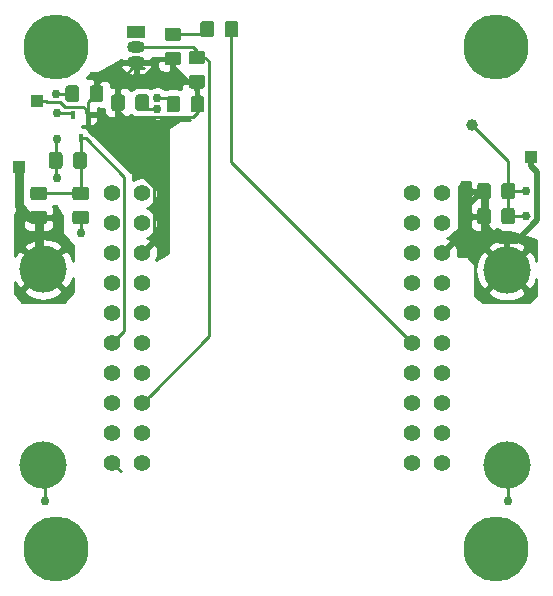
<source format=gbl>
G04 #@! TF.GenerationSoftware,KiCad,Pcbnew,5.1.5+dfsg1-2build2*
G04 #@! TF.CreationDate,2021-05-18T17:36:40-03:00*
G04 #@! TF.ProjectId,jbox_kicad,6a626f78-5f6b-4696-9361-642e6b696361,0*
G04 #@! TF.SameCoordinates,Original*
G04 #@! TF.FileFunction,Copper,L2,Bot*
G04 #@! TF.FilePolarity,Positive*
%FSLAX46Y46*%
G04 Gerber Fmt 4.6, Leading zero omitted, Abs format (unit mm)*
G04 Created by KiCad (PCBNEW 5.1.5+dfsg1-2build2) date 2021-05-18 17:36:40*
%MOMM*%
%LPD*%
G04 APERTURE LIST*
%ADD10C,0.500000*%
%ADD11C,5.500000*%
%ADD12R,1.000000X1.000000*%
%ADD13C,1.400000*%
%ADD14R,1.500000X1.050000*%
%ADD15O,1.500000X1.050000*%
%ADD16C,4.000000*%
%ADD17R,0.450000X0.700000*%
%ADD18C,1.000000*%
%ADD19C,0.762000*%
%ADD20C,0.254000*%
%ADD21C,0.508000*%
%ADD22C,0.762000*%
G04 APERTURE END LIST*
G04 #@! TA.AperFunction,SMDPad,CuDef*
D10*
G36*
X224375505Y-108764204D02*
G01*
X224399773Y-108767804D01*
X224423572Y-108773765D01*
X224446671Y-108782030D01*
X224468850Y-108792520D01*
X224489893Y-108805132D01*
X224509599Y-108819747D01*
X224527777Y-108836223D01*
X224544253Y-108854401D01*
X224558868Y-108874107D01*
X224571480Y-108895150D01*
X224581970Y-108917329D01*
X224590235Y-108940428D01*
X224596196Y-108964227D01*
X224599796Y-108988495D01*
X224601000Y-109012999D01*
X224601000Y-109663001D01*
X224599796Y-109687505D01*
X224596196Y-109711773D01*
X224590235Y-109735572D01*
X224581970Y-109758671D01*
X224571480Y-109780850D01*
X224558868Y-109801893D01*
X224544253Y-109821599D01*
X224527777Y-109839777D01*
X224509599Y-109856253D01*
X224489893Y-109870868D01*
X224468850Y-109883480D01*
X224446671Y-109893970D01*
X224423572Y-109902235D01*
X224399773Y-109908196D01*
X224375505Y-109911796D01*
X224351001Y-109913000D01*
X223450999Y-109913000D01*
X223426495Y-109911796D01*
X223402227Y-109908196D01*
X223378428Y-109902235D01*
X223355329Y-109893970D01*
X223333150Y-109883480D01*
X223312107Y-109870868D01*
X223292401Y-109856253D01*
X223274223Y-109839777D01*
X223257747Y-109821599D01*
X223243132Y-109801893D01*
X223230520Y-109780850D01*
X223220030Y-109758671D01*
X223211765Y-109735572D01*
X223205804Y-109711773D01*
X223202204Y-109687505D01*
X223201000Y-109663001D01*
X223201000Y-109012999D01*
X223202204Y-108988495D01*
X223205804Y-108964227D01*
X223211765Y-108940428D01*
X223220030Y-108917329D01*
X223230520Y-108895150D01*
X223243132Y-108874107D01*
X223257747Y-108854401D01*
X223274223Y-108836223D01*
X223292401Y-108819747D01*
X223312107Y-108805132D01*
X223333150Y-108792520D01*
X223355329Y-108782030D01*
X223378428Y-108773765D01*
X223402227Y-108767804D01*
X223426495Y-108764204D01*
X223450999Y-108763000D01*
X224351001Y-108763000D01*
X224375505Y-108764204D01*
G37*
G04 #@! TD.AperFunction*
G04 #@! TA.AperFunction,SMDPad,CuDef*
G36*
X224375505Y-110814204D02*
G01*
X224399773Y-110817804D01*
X224423572Y-110823765D01*
X224446671Y-110832030D01*
X224468850Y-110842520D01*
X224489893Y-110855132D01*
X224509599Y-110869747D01*
X224527777Y-110886223D01*
X224544253Y-110904401D01*
X224558868Y-110924107D01*
X224571480Y-110945150D01*
X224581970Y-110967329D01*
X224590235Y-110990428D01*
X224596196Y-111014227D01*
X224599796Y-111038495D01*
X224601000Y-111062999D01*
X224601000Y-111713001D01*
X224599796Y-111737505D01*
X224596196Y-111761773D01*
X224590235Y-111785572D01*
X224581970Y-111808671D01*
X224571480Y-111830850D01*
X224558868Y-111851893D01*
X224544253Y-111871599D01*
X224527777Y-111889777D01*
X224509599Y-111906253D01*
X224489893Y-111920868D01*
X224468850Y-111933480D01*
X224446671Y-111943970D01*
X224423572Y-111952235D01*
X224399773Y-111958196D01*
X224375505Y-111961796D01*
X224351001Y-111963000D01*
X223450999Y-111963000D01*
X223426495Y-111961796D01*
X223402227Y-111958196D01*
X223378428Y-111952235D01*
X223355329Y-111943970D01*
X223333150Y-111933480D01*
X223312107Y-111920868D01*
X223292401Y-111906253D01*
X223274223Y-111889777D01*
X223257747Y-111871599D01*
X223243132Y-111851893D01*
X223230520Y-111830850D01*
X223220030Y-111808671D01*
X223211765Y-111785572D01*
X223205804Y-111761773D01*
X223202204Y-111737505D01*
X223201000Y-111713001D01*
X223201000Y-111062999D01*
X223202204Y-111038495D01*
X223205804Y-111014227D01*
X223211765Y-110990428D01*
X223220030Y-110967329D01*
X223230520Y-110945150D01*
X223243132Y-110924107D01*
X223257747Y-110904401D01*
X223274223Y-110886223D01*
X223292401Y-110869747D01*
X223312107Y-110855132D01*
X223333150Y-110842520D01*
X223355329Y-110832030D01*
X223378428Y-110823765D01*
X223402227Y-110817804D01*
X223426495Y-110814204D01*
X223450999Y-110813000D01*
X224351001Y-110813000D01*
X224375505Y-110814204D01*
G37*
G04 #@! TD.AperFunction*
G04 #@! TA.AperFunction,SMDPad,CuDef*
G36*
X227162505Y-108203704D02*
G01*
X227186773Y-108207304D01*
X227210572Y-108213265D01*
X227233671Y-108221530D01*
X227255850Y-108232020D01*
X227276893Y-108244632D01*
X227296599Y-108259247D01*
X227314777Y-108275723D01*
X227331253Y-108293901D01*
X227345868Y-108313607D01*
X227358480Y-108334650D01*
X227368970Y-108356829D01*
X227377235Y-108379928D01*
X227383196Y-108403727D01*
X227386796Y-108427995D01*
X227388000Y-108452499D01*
X227388000Y-109352501D01*
X227386796Y-109377005D01*
X227383196Y-109401273D01*
X227377235Y-109425072D01*
X227368970Y-109448171D01*
X227358480Y-109470350D01*
X227345868Y-109491393D01*
X227331253Y-109511099D01*
X227314777Y-109529277D01*
X227296599Y-109545753D01*
X227276893Y-109560368D01*
X227255850Y-109572980D01*
X227233671Y-109583470D01*
X227210572Y-109591735D01*
X227186773Y-109597696D01*
X227162505Y-109601296D01*
X227138001Y-109602500D01*
X226487999Y-109602500D01*
X226463495Y-109601296D01*
X226439227Y-109597696D01*
X226415428Y-109591735D01*
X226392329Y-109583470D01*
X226370150Y-109572980D01*
X226349107Y-109560368D01*
X226329401Y-109545753D01*
X226311223Y-109529277D01*
X226294747Y-109511099D01*
X226280132Y-109491393D01*
X226267520Y-109470350D01*
X226257030Y-109448171D01*
X226248765Y-109425072D01*
X226242804Y-109401273D01*
X226239204Y-109377005D01*
X226238000Y-109352501D01*
X226238000Y-108452499D01*
X226239204Y-108427995D01*
X226242804Y-108403727D01*
X226248765Y-108379928D01*
X226257030Y-108356829D01*
X226267520Y-108334650D01*
X226280132Y-108313607D01*
X226294747Y-108293901D01*
X226311223Y-108275723D01*
X226329401Y-108259247D01*
X226349107Y-108244632D01*
X226370150Y-108232020D01*
X226392329Y-108221530D01*
X226415428Y-108213265D01*
X226439227Y-108207304D01*
X226463495Y-108203704D01*
X226487999Y-108202500D01*
X227138001Y-108202500D01*
X227162505Y-108203704D01*
G37*
G04 #@! TD.AperFunction*
G04 #@! TA.AperFunction,SMDPad,CuDef*
G36*
X229212505Y-108203704D02*
G01*
X229236773Y-108207304D01*
X229260572Y-108213265D01*
X229283671Y-108221530D01*
X229305850Y-108232020D01*
X229326893Y-108244632D01*
X229346599Y-108259247D01*
X229364777Y-108275723D01*
X229381253Y-108293901D01*
X229395868Y-108313607D01*
X229408480Y-108334650D01*
X229418970Y-108356829D01*
X229427235Y-108379928D01*
X229433196Y-108403727D01*
X229436796Y-108427995D01*
X229438000Y-108452499D01*
X229438000Y-109352501D01*
X229436796Y-109377005D01*
X229433196Y-109401273D01*
X229427235Y-109425072D01*
X229418970Y-109448171D01*
X229408480Y-109470350D01*
X229395868Y-109491393D01*
X229381253Y-109511099D01*
X229364777Y-109529277D01*
X229346599Y-109545753D01*
X229326893Y-109560368D01*
X229305850Y-109572980D01*
X229283671Y-109583470D01*
X229260572Y-109591735D01*
X229236773Y-109597696D01*
X229212505Y-109601296D01*
X229188001Y-109602500D01*
X228537999Y-109602500D01*
X228513495Y-109601296D01*
X228489227Y-109597696D01*
X228465428Y-109591735D01*
X228442329Y-109583470D01*
X228420150Y-109572980D01*
X228399107Y-109560368D01*
X228379401Y-109545753D01*
X228361223Y-109529277D01*
X228344747Y-109511099D01*
X228330132Y-109491393D01*
X228317520Y-109470350D01*
X228307030Y-109448171D01*
X228298765Y-109425072D01*
X228292804Y-109401273D01*
X228289204Y-109377005D01*
X228288000Y-109352501D01*
X228288000Y-108452499D01*
X228289204Y-108427995D01*
X228292804Y-108403727D01*
X228298765Y-108379928D01*
X228307030Y-108356829D01*
X228317520Y-108334650D01*
X228330132Y-108313607D01*
X228344747Y-108293901D01*
X228361223Y-108275723D01*
X228379401Y-108259247D01*
X228399107Y-108244632D01*
X228420150Y-108232020D01*
X228442329Y-108221530D01*
X228465428Y-108213265D01*
X228489227Y-108207304D01*
X228513495Y-108203704D01*
X228537999Y-108202500D01*
X229188001Y-108202500D01*
X229212505Y-108203704D01*
G37*
G04 #@! TD.AperFunction*
D11*
X213992460Y-110397500D03*
X251269500Y-110397500D03*
X213992460Y-152942500D03*
X251269500Y-152942500D03*
G04 #@! TA.AperFunction,SMDPad,CuDef*
D10*
G36*
X216565005Y-124276204D02*
G01*
X216589273Y-124279804D01*
X216613072Y-124285765D01*
X216636171Y-124294030D01*
X216658350Y-124304520D01*
X216679393Y-124317132D01*
X216699099Y-124331747D01*
X216717277Y-124348223D01*
X216733753Y-124366401D01*
X216748368Y-124386107D01*
X216760980Y-124407150D01*
X216771470Y-124429329D01*
X216779735Y-124452428D01*
X216785696Y-124476227D01*
X216789296Y-124500495D01*
X216790500Y-124524999D01*
X216790500Y-125175001D01*
X216789296Y-125199505D01*
X216785696Y-125223773D01*
X216779735Y-125247572D01*
X216771470Y-125270671D01*
X216760980Y-125292850D01*
X216748368Y-125313893D01*
X216733753Y-125333599D01*
X216717277Y-125351777D01*
X216699099Y-125368253D01*
X216679393Y-125382868D01*
X216658350Y-125395480D01*
X216636171Y-125405970D01*
X216613072Y-125414235D01*
X216589273Y-125420196D01*
X216565005Y-125423796D01*
X216540501Y-125425000D01*
X215640499Y-125425000D01*
X215615995Y-125423796D01*
X215591727Y-125420196D01*
X215567928Y-125414235D01*
X215544829Y-125405970D01*
X215522650Y-125395480D01*
X215501607Y-125382868D01*
X215481901Y-125368253D01*
X215463723Y-125351777D01*
X215447247Y-125333599D01*
X215432632Y-125313893D01*
X215420020Y-125292850D01*
X215409530Y-125270671D01*
X215401265Y-125247572D01*
X215395304Y-125223773D01*
X215391704Y-125199505D01*
X215390500Y-125175001D01*
X215390500Y-124524999D01*
X215391704Y-124500495D01*
X215395304Y-124476227D01*
X215401265Y-124452428D01*
X215409530Y-124429329D01*
X215420020Y-124407150D01*
X215432632Y-124386107D01*
X215447247Y-124366401D01*
X215463723Y-124348223D01*
X215481901Y-124331747D01*
X215501607Y-124317132D01*
X215522650Y-124304520D01*
X215544829Y-124294030D01*
X215567928Y-124285765D01*
X215591727Y-124279804D01*
X215615995Y-124276204D01*
X215640499Y-124275000D01*
X216540501Y-124275000D01*
X216565005Y-124276204D01*
G37*
G04 #@! TD.AperFunction*
G04 #@! TA.AperFunction,SMDPad,CuDef*
G36*
X216565005Y-122226204D02*
G01*
X216589273Y-122229804D01*
X216613072Y-122235765D01*
X216636171Y-122244030D01*
X216658350Y-122254520D01*
X216679393Y-122267132D01*
X216699099Y-122281747D01*
X216717277Y-122298223D01*
X216733753Y-122316401D01*
X216748368Y-122336107D01*
X216760980Y-122357150D01*
X216771470Y-122379329D01*
X216779735Y-122402428D01*
X216785696Y-122426227D01*
X216789296Y-122450495D01*
X216790500Y-122474999D01*
X216790500Y-123125001D01*
X216789296Y-123149505D01*
X216785696Y-123173773D01*
X216779735Y-123197572D01*
X216771470Y-123220671D01*
X216760980Y-123242850D01*
X216748368Y-123263893D01*
X216733753Y-123283599D01*
X216717277Y-123301777D01*
X216699099Y-123318253D01*
X216679393Y-123332868D01*
X216658350Y-123345480D01*
X216636171Y-123355970D01*
X216613072Y-123364235D01*
X216589273Y-123370196D01*
X216565005Y-123373796D01*
X216540501Y-123375000D01*
X215640499Y-123375000D01*
X215615995Y-123373796D01*
X215591727Y-123370196D01*
X215567928Y-123364235D01*
X215544829Y-123355970D01*
X215522650Y-123345480D01*
X215501607Y-123332868D01*
X215481901Y-123318253D01*
X215463723Y-123301777D01*
X215447247Y-123283599D01*
X215432632Y-123263893D01*
X215420020Y-123242850D01*
X215409530Y-123220671D01*
X215401265Y-123197572D01*
X215395304Y-123173773D01*
X215391704Y-123149505D01*
X215390500Y-123125001D01*
X215390500Y-122474999D01*
X215391704Y-122450495D01*
X215395304Y-122426227D01*
X215401265Y-122402428D01*
X215409530Y-122379329D01*
X215420020Y-122357150D01*
X215432632Y-122336107D01*
X215447247Y-122316401D01*
X215463723Y-122298223D01*
X215481901Y-122281747D01*
X215501607Y-122267132D01*
X215522650Y-122254520D01*
X215544829Y-122244030D01*
X215567928Y-122235765D01*
X215591727Y-122229804D01*
X215615995Y-122226204D01*
X215640499Y-122225000D01*
X216540501Y-122225000D01*
X216565005Y-122226204D01*
G37*
G04 #@! TD.AperFunction*
D12*
X212407500Y-114998500D03*
X254190500Y-119697500D03*
X210883500Y-120586500D03*
D13*
X221310200Y-145643600D03*
X218770200Y-145643600D03*
X218770200Y-143103600D03*
X221310200Y-143103600D03*
X218770200Y-140563600D03*
X221310200Y-140563600D03*
X218770200Y-138023600D03*
X221310200Y-138023600D03*
X218770200Y-135483600D03*
X221310200Y-135483600D03*
X218770200Y-132943600D03*
X221310200Y-132943600D03*
X218770200Y-130403600D03*
X221310200Y-130403600D03*
X218770200Y-127863600D03*
X221310200Y-127863600D03*
X218770200Y-125323600D03*
X221310200Y-125323600D03*
X218770200Y-122783600D03*
X221310200Y-122783600D03*
X244170200Y-145643600D03*
X246710200Y-145643600D03*
X244170200Y-143103600D03*
X246710200Y-143103600D03*
X244170200Y-140563600D03*
X246710200Y-140563600D03*
X244170200Y-138023600D03*
X246710200Y-138023600D03*
X244170200Y-135483600D03*
X246710200Y-135483600D03*
X244170200Y-132943600D03*
X246710200Y-132943600D03*
X244170200Y-130403600D03*
X246710200Y-130403600D03*
X244170200Y-127863600D03*
X246710200Y-127863600D03*
X244170200Y-125323600D03*
X246710200Y-125323600D03*
X244170200Y-122783600D03*
X246710200Y-122783600D03*
G04 #@! TA.AperFunction,SMDPad,CuDef*
D10*
G36*
X216385505Y-119316204D02*
G01*
X216409773Y-119319804D01*
X216433572Y-119325765D01*
X216456671Y-119334030D01*
X216478850Y-119344520D01*
X216499893Y-119357132D01*
X216519599Y-119371747D01*
X216537777Y-119388223D01*
X216554253Y-119406401D01*
X216568868Y-119426107D01*
X216581480Y-119447150D01*
X216591970Y-119469329D01*
X216600235Y-119492428D01*
X216606196Y-119516227D01*
X216609796Y-119540495D01*
X216611000Y-119564999D01*
X216611000Y-120465001D01*
X216609796Y-120489505D01*
X216606196Y-120513773D01*
X216600235Y-120537572D01*
X216591970Y-120560671D01*
X216581480Y-120582850D01*
X216568868Y-120603893D01*
X216554253Y-120623599D01*
X216537777Y-120641777D01*
X216519599Y-120658253D01*
X216499893Y-120672868D01*
X216478850Y-120685480D01*
X216456671Y-120695970D01*
X216433572Y-120704235D01*
X216409773Y-120710196D01*
X216385505Y-120713796D01*
X216361001Y-120715000D01*
X215710999Y-120715000D01*
X215686495Y-120713796D01*
X215662227Y-120710196D01*
X215638428Y-120704235D01*
X215615329Y-120695970D01*
X215593150Y-120685480D01*
X215572107Y-120672868D01*
X215552401Y-120658253D01*
X215534223Y-120641777D01*
X215517747Y-120623599D01*
X215503132Y-120603893D01*
X215490520Y-120582850D01*
X215480030Y-120560671D01*
X215471765Y-120537572D01*
X215465804Y-120513773D01*
X215462204Y-120489505D01*
X215461000Y-120465001D01*
X215461000Y-119564999D01*
X215462204Y-119540495D01*
X215465804Y-119516227D01*
X215471765Y-119492428D01*
X215480030Y-119469329D01*
X215490520Y-119447150D01*
X215503132Y-119426107D01*
X215517747Y-119406401D01*
X215534223Y-119388223D01*
X215552401Y-119371747D01*
X215572107Y-119357132D01*
X215593150Y-119344520D01*
X215615329Y-119334030D01*
X215638428Y-119325765D01*
X215662227Y-119319804D01*
X215686495Y-119316204D01*
X215710999Y-119315000D01*
X216361001Y-119315000D01*
X216385505Y-119316204D01*
G37*
G04 #@! TD.AperFunction*
G04 #@! TA.AperFunction,SMDPad,CuDef*
G36*
X214335505Y-119316204D02*
G01*
X214359773Y-119319804D01*
X214383572Y-119325765D01*
X214406671Y-119334030D01*
X214428850Y-119344520D01*
X214449893Y-119357132D01*
X214469599Y-119371747D01*
X214487777Y-119388223D01*
X214504253Y-119406401D01*
X214518868Y-119426107D01*
X214531480Y-119447150D01*
X214541970Y-119469329D01*
X214550235Y-119492428D01*
X214556196Y-119516227D01*
X214559796Y-119540495D01*
X214561000Y-119564999D01*
X214561000Y-120465001D01*
X214559796Y-120489505D01*
X214556196Y-120513773D01*
X214550235Y-120537572D01*
X214541970Y-120560671D01*
X214531480Y-120582850D01*
X214518868Y-120603893D01*
X214504253Y-120623599D01*
X214487777Y-120641777D01*
X214469599Y-120658253D01*
X214449893Y-120672868D01*
X214428850Y-120685480D01*
X214406671Y-120695970D01*
X214383572Y-120704235D01*
X214359773Y-120710196D01*
X214335505Y-120713796D01*
X214311001Y-120715000D01*
X213660999Y-120715000D01*
X213636495Y-120713796D01*
X213612227Y-120710196D01*
X213588428Y-120704235D01*
X213565329Y-120695970D01*
X213543150Y-120685480D01*
X213522107Y-120672868D01*
X213502401Y-120658253D01*
X213484223Y-120641777D01*
X213467747Y-120623599D01*
X213453132Y-120603893D01*
X213440520Y-120582850D01*
X213430030Y-120560671D01*
X213421765Y-120537572D01*
X213415804Y-120513773D01*
X213412204Y-120489505D01*
X213411000Y-120465001D01*
X213411000Y-119564999D01*
X213412204Y-119540495D01*
X213415804Y-119516227D01*
X213421765Y-119492428D01*
X213430030Y-119469329D01*
X213440520Y-119447150D01*
X213453132Y-119426107D01*
X213467747Y-119406401D01*
X213484223Y-119388223D01*
X213502401Y-119371747D01*
X213522107Y-119357132D01*
X213543150Y-119344520D01*
X213565329Y-119334030D01*
X213588428Y-119325765D01*
X213612227Y-119319804D01*
X213636495Y-119316204D01*
X213660999Y-119315000D01*
X214311001Y-119315000D01*
X214335505Y-119316204D01*
G37*
G04 #@! TD.AperFunction*
D14*
X220789500Y-109156500D03*
D15*
X220789500Y-111696500D03*
X220789500Y-110426500D03*
G04 #@! TA.AperFunction,SMDPad,CuDef*
D10*
G36*
X213009005Y-122226204D02*
G01*
X213033273Y-122229804D01*
X213057072Y-122235765D01*
X213080171Y-122244030D01*
X213102350Y-122254520D01*
X213123393Y-122267132D01*
X213143099Y-122281747D01*
X213161277Y-122298223D01*
X213177753Y-122316401D01*
X213192368Y-122336107D01*
X213204980Y-122357150D01*
X213215470Y-122379329D01*
X213223735Y-122402428D01*
X213229696Y-122426227D01*
X213233296Y-122450495D01*
X213234500Y-122474999D01*
X213234500Y-123125001D01*
X213233296Y-123149505D01*
X213229696Y-123173773D01*
X213223735Y-123197572D01*
X213215470Y-123220671D01*
X213204980Y-123242850D01*
X213192368Y-123263893D01*
X213177753Y-123283599D01*
X213161277Y-123301777D01*
X213143099Y-123318253D01*
X213123393Y-123332868D01*
X213102350Y-123345480D01*
X213080171Y-123355970D01*
X213057072Y-123364235D01*
X213033273Y-123370196D01*
X213009005Y-123373796D01*
X212984501Y-123375000D01*
X212084499Y-123375000D01*
X212059995Y-123373796D01*
X212035727Y-123370196D01*
X212011928Y-123364235D01*
X211988829Y-123355970D01*
X211966650Y-123345480D01*
X211945607Y-123332868D01*
X211925901Y-123318253D01*
X211907723Y-123301777D01*
X211891247Y-123283599D01*
X211876632Y-123263893D01*
X211864020Y-123242850D01*
X211853530Y-123220671D01*
X211845265Y-123197572D01*
X211839304Y-123173773D01*
X211835704Y-123149505D01*
X211834500Y-123125001D01*
X211834500Y-122474999D01*
X211835704Y-122450495D01*
X211839304Y-122426227D01*
X211845265Y-122402428D01*
X211853530Y-122379329D01*
X211864020Y-122357150D01*
X211876632Y-122336107D01*
X211891247Y-122316401D01*
X211907723Y-122298223D01*
X211925901Y-122281747D01*
X211945607Y-122267132D01*
X211966650Y-122254520D01*
X211988829Y-122244030D01*
X212011928Y-122235765D01*
X212035727Y-122229804D01*
X212059995Y-122226204D01*
X212084499Y-122225000D01*
X212984501Y-122225000D01*
X213009005Y-122226204D01*
G37*
G04 #@! TD.AperFunction*
G04 #@! TA.AperFunction,SMDPad,CuDef*
G36*
X213009005Y-124276204D02*
G01*
X213033273Y-124279804D01*
X213057072Y-124285765D01*
X213080171Y-124294030D01*
X213102350Y-124304520D01*
X213123393Y-124317132D01*
X213143099Y-124331747D01*
X213161277Y-124348223D01*
X213177753Y-124366401D01*
X213192368Y-124386107D01*
X213204980Y-124407150D01*
X213215470Y-124429329D01*
X213223735Y-124452428D01*
X213229696Y-124476227D01*
X213233296Y-124500495D01*
X213234500Y-124524999D01*
X213234500Y-125175001D01*
X213233296Y-125199505D01*
X213229696Y-125223773D01*
X213223735Y-125247572D01*
X213215470Y-125270671D01*
X213204980Y-125292850D01*
X213192368Y-125313893D01*
X213177753Y-125333599D01*
X213161277Y-125351777D01*
X213143099Y-125368253D01*
X213123393Y-125382868D01*
X213102350Y-125395480D01*
X213080171Y-125405970D01*
X213057072Y-125414235D01*
X213033273Y-125420196D01*
X213009005Y-125423796D01*
X212984501Y-125425000D01*
X212084499Y-125425000D01*
X212059995Y-125423796D01*
X212035727Y-125420196D01*
X212011928Y-125414235D01*
X211988829Y-125405970D01*
X211966650Y-125395480D01*
X211945607Y-125382868D01*
X211925901Y-125368253D01*
X211907723Y-125351777D01*
X211891247Y-125333599D01*
X211876632Y-125313893D01*
X211864020Y-125292850D01*
X211853530Y-125270671D01*
X211845265Y-125247572D01*
X211839304Y-125223773D01*
X211835704Y-125199505D01*
X211834500Y-125175001D01*
X211834500Y-124524999D01*
X211835704Y-124500495D01*
X211839304Y-124476227D01*
X211845265Y-124452428D01*
X211853530Y-124429329D01*
X211864020Y-124407150D01*
X211876632Y-124386107D01*
X211891247Y-124366401D01*
X211907723Y-124348223D01*
X211925901Y-124331747D01*
X211945607Y-124317132D01*
X211966650Y-124304520D01*
X211988829Y-124294030D01*
X212011928Y-124285765D01*
X212035727Y-124279804D01*
X212059995Y-124276204D01*
X212084499Y-124275000D01*
X212984501Y-124275000D01*
X213009005Y-124276204D01*
G37*
G04 #@! TD.AperFunction*
G04 #@! TA.AperFunction,SMDPad,CuDef*
G36*
X226407505Y-112782704D02*
G01*
X226431773Y-112786304D01*
X226455572Y-112792265D01*
X226478671Y-112800530D01*
X226500850Y-112811020D01*
X226521893Y-112823632D01*
X226541599Y-112838247D01*
X226559777Y-112854723D01*
X226576253Y-112872901D01*
X226590868Y-112892607D01*
X226603480Y-112913650D01*
X226613970Y-112935829D01*
X226622235Y-112958928D01*
X226628196Y-112982727D01*
X226631796Y-113006995D01*
X226633000Y-113031499D01*
X226633000Y-113681501D01*
X226631796Y-113706005D01*
X226628196Y-113730273D01*
X226622235Y-113754072D01*
X226613970Y-113777171D01*
X226603480Y-113799350D01*
X226590868Y-113820393D01*
X226576253Y-113840099D01*
X226559777Y-113858277D01*
X226541599Y-113874753D01*
X226521893Y-113889368D01*
X226500850Y-113901980D01*
X226478671Y-113912470D01*
X226455572Y-113920735D01*
X226431773Y-113926696D01*
X226407505Y-113930296D01*
X226383001Y-113931500D01*
X225482999Y-113931500D01*
X225458495Y-113930296D01*
X225434227Y-113926696D01*
X225410428Y-113920735D01*
X225387329Y-113912470D01*
X225365150Y-113901980D01*
X225344107Y-113889368D01*
X225324401Y-113874753D01*
X225306223Y-113858277D01*
X225289747Y-113840099D01*
X225275132Y-113820393D01*
X225262520Y-113799350D01*
X225252030Y-113777171D01*
X225243765Y-113754072D01*
X225237804Y-113730273D01*
X225234204Y-113706005D01*
X225233000Y-113681501D01*
X225233000Y-113031499D01*
X225234204Y-113006995D01*
X225237804Y-112982727D01*
X225243765Y-112958928D01*
X225252030Y-112935829D01*
X225262520Y-112913650D01*
X225275132Y-112892607D01*
X225289747Y-112872901D01*
X225306223Y-112854723D01*
X225324401Y-112838247D01*
X225344107Y-112823632D01*
X225365150Y-112811020D01*
X225387329Y-112800530D01*
X225410428Y-112792265D01*
X225434227Y-112786304D01*
X225458495Y-112782704D01*
X225482999Y-112781500D01*
X226383001Y-112781500D01*
X226407505Y-112782704D01*
G37*
G04 #@! TD.AperFunction*
G04 #@! TA.AperFunction,SMDPad,CuDef*
G36*
X226407505Y-110732704D02*
G01*
X226431773Y-110736304D01*
X226455572Y-110742265D01*
X226478671Y-110750530D01*
X226500850Y-110761020D01*
X226521893Y-110773632D01*
X226541599Y-110788247D01*
X226559777Y-110804723D01*
X226576253Y-110822901D01*
X226590868Y-110842607D01*
X226603480Y-110863650D01*
X226613970Y-110885829D01*
X226622235Y-110908928D01*
X226628196Y-110932727D01*
X226631796Y-110956995D01*
X226633000Y-110981499D01*
X226633000Y-111631501D01*
X226631796Y-111656005D01*
X226628196Y-111680273D01*
X226622235Y-111704072D01*
X226613970Y-111727171D01*
X226603480Y-111749350D01*
X226590868Y-111770393D01*
X226576253Y-111790099D01*
X226559777Y-111808277D01*
X226541599Y-111824753D01*
X226521893Y-111839368D01*
X226500850Y-111851980D01*
X226478671Y-111862470D01*
X226455572Y-111870735D01*
X226431773Y-111876696D01*
X226407505Y-111880296D01*
X226383001Y-111881500D01*
X225482999Y-111881500D01*
X225458495Y-111880296D01*
X225434227Y-111876696D01*
X225410428Y-111870735D01*
X225387329Y-111862470D01*
X225365150Y-111851980D01*
X225344107Y-111839368D01*
X225324401Y-111824753D01*
X225306223Y-111808277D01*
X225289747Y-111790099D01*
X225275132Y-111770393D01*
X225262520Y-111749350D01*
X225252030Y-111727171D01*
X225243765Y-111704072D01*
X225237804Y-111680273D01*
X225234204Y-111656005D01*
X225233000Y-111631501D01*
X225233000Y-110981499D01*
X225234204Y-110956995D01*
X225237804Y-110932727D01*
X225243765Y-110908928D01*
X225252030Y-110885829D01*
X225262520Y-110863650D01*
X225275132Y-110842607D01*
X225289747Y-110822901D01*
X225306223Y-110804723D01*
X225324401Y-110788247D01*
X225344107Y-110773632D01*
X225365150Y-110761020D01*
X225387329Y-110750530D01*
X225410428Y-110742265D01*
X225434227Y-110736304D01*
X225458495Y-110732704D01*
X225482999Y-110731500D01*
X226383001Y-110731500D01*
X226407505Y-110732704D01*
G37*
G04 #@! TD.AperFunction*
G04 #@! TA.AperFunction,SMDPad,CuDef*
G36*
X224296005Y-114553704D02*
G01*
X224320273Y-114557304D01*
X224344072Y-114563265D01*
X224367171Y-114571530D01*
X224389350Y-114582020D01*
X224410393Y-114594632D01*
X224430099Y-114609247D01*
X224448277Y-114625723D01*
X224464753Y-114643901D01*
X224479368Y-114663607D01*
X224491980Y-114684650D01*
X224502470Y-114706829D01*
X224510735Y-114729928D01*
X224516696Y-114753727D01*
X224520296Y-114777995D01*
X224521500Y-114802499D01*
X224521500Y-115702501D01*
X224520296Y-115727005D01*
X224516696Y-115751273D01*
X224510735Y-115775072D01*
X224502470Y-115798171D01*
X224491980Y-115820350D01*
X224479368Y-115841393D01*
X224464753Y-115861099D01*
X224448277Y-115879277D01*
X224430099Y-115895753D01*
X224410393Y-115910368D01*
X224389350Y-115922980D01*
X224367171Y-115933470D01*
X224344072Y-115941735D01*
X224320273Y-115947696D01*
X224296005Y-115951296D01*
X224271501Y-115952500D01*
X223621499Y-115952500D01*
X223596995Y-115951296D01*
X223572727Y-115947696D01*
X223548928Y-115941735D01*
X223525829Y-115933470D01*
X223503650Y-115922980D01*
X223482607Y-115910368D01*
X223462901Y-115895753D01*
X223444723Y-115879277D01*
X223428247Y-115861099D01*
X223413632Y-115841393D01*
X223401020Y-115820350D01*
X223390530Y-115798171D01*
X223382265Y-115775072D01*
X223376304Y-115751273D01*
X223372704Y-115727005D01*
X223371500Y-115702501D01*
X223371500Y-114802499D01*
X223372704Y-114777995D01*
X223376304Y-114753727D01*
X223382265Y-114729928D01*
X223390530Y-114706829D01*
X223401020Y-114684650D01*
X223413632Y-114663607D01*
X223428247Y-114643901D01*
X223444723Y-114625723D01*
X223462901Y-114609247D01*
X223482607Y-114594632D01*
X223503650Y-114582020D01*
X223525829Y-114571530D01*
X223548928Y-114563265D01*
X223572727Y-114557304D01*
X223596995Y-114553704D01*
X223621499Y-114552500D01*
X224271501Y-114552500D01*
X224296005Y-114553704D01*
G37*
G04 #@! TD.AperFunction*
G04 #@! TA.AperFunction,SMDPad,CuDef*
G36*
X226346005Y-114553704D02*
G01*
X226370273Y-114557304D01*
X226394072Y-114563265D01*
X226417171Y-114571530D01*
X226439350Y-114582020D01*
X226460393Y-114594632D01*
X226480099Y-114609247D01*
X226498277Y-114625723D01*
X226514753Y-114643901D01*
X226529368Y-114663607D01*
X226541980Y-114684650D01*
X226552470Y-114706829D01*
X226560735Y-114729928D01*
X226566696Y-114753727D01*
X226570296Y-114777995D01*
X226571500Y-114802499D01*
X226571500Y-115702501D01*
X226570296Y-115727005D01*
X226566696Y-115751273D01*
X226560735Y-115775072D01*
X226552470Y-115798171D01*
X226541980Y-115820350D01*
X226529368Y-115841393D01*
X226514753Y-115861099D01*
X226498277Y-115879277D01*
X226480099Y-115895753D01*
X226460393Y-115910368D01*
X226439350Y-115922980D01*
X226417171Y-115933470D01*
X226394072Y-115941735D01*
X226370273Y-115947696D01*
X226346005Y-115951296D01*
X226321501Y-115952500D01*
X225671499Y-115952500D01*
X225646995Y-115951296D01*
X225622727Y-115947696D01*
X225598928Y-115941735D01*
X225575829Y-115933470D01*
X225553650Y-115922980D01*
X225532607Y-115910368D01*
X225512901Y-115895753D01*
X225494723Y-115879277D01*
X225478247Y-115861099D01*
X225463632Y-115841393D01*
X225451020Y-115820350D01*
X225440530Y-115798171D01*
X225432265Y-115775072D01*
X225426304Y-115751273D01*
X225422704Y-115727005D01*
X225421500Y-115702501D01*
X225421500Y-114802499D01*
X225422704Y-114777995D01*
X225426304Y-114753727D01*
X225432265Y-114729928D01*
X225440530Y-114706829D01*
X225451020Y-114684650D01*
X225463632Y-114663607D01*
X225478247Y-114643901D01*
X225494723Y-114625723D01*
X225512901Y-114609247D01*
X225532607Y-114594632D01*
X225553650Y-114582020D01*
X225575829Y-114571530D01*
X225598928Y-114563265D01*
X225622727Y-114557304D01*
X225646995Y-114553704D01*
X225671499Y-114552500D01*
X226321501Y-114552500D01*
X226346005Y-114553704D01*
G37*
G04 #@! TD.AperFunction*
G04 #@! TA.AperFunction,SMDPad,CuDef*
G36*
X252644005Y-124040604D02*
G01*
X252668273Y-124044204D01*
X252692072Y-124050165D01*
X252715171Y-124058430D01*
X252737350Y-124068920D01*
X252758393Y-124081532D01*
X252778099Y-124096147D01*
X252796277Y-124112623D01*
X252812753Y-124130801D01*
X252827368Y-124150507D01*
X252839980Y-124171550D01*
X252850470Y-124193729D01*
X252858735Y-124216828D01*
X252864696Y-124240627D01*
X252868296Y-124264895D01*
X252869500Y-124289399D01*
X252869500Y-125189401D01*
X252868296Y-125213905D01*
X252864696Y-125238173D01*
X252858735Y-125261972D01*
X252850470Y-125285071D01*
X252839980Y-125307250D01*
X252827368Y-125328293D01*
X252812753Y-125347999D01*
X252796277Y-125366177D01*
X252778099Y-125382653D01*
X252758393Y-125397268D01*
X252737350Y-125409880D01*
X252715171Y-125420370D01*
X252692072Y-125428635D01*
X252668273Y-125434596D01*
X252644005Y-125438196D01*
X252619501Y-125439400D01*
X251969499Y-125439400D01*
X251944995Y-125438196D01*
X251920727Y-125434596D01*
X251896928Y-125428635D01*
X251873829Y-125420370D01*
X251851650Y-125409880D01*
X251830607Y-125397268D01*
X251810901Y-125382653D01*
X251792723Y-125366177D01*
X251776247Y-125347999D01*
X251761632Y-125328293D01*
X251749020Y-125307250D01*
X251738530Y-125285071D01*
X251730265Y-125261972D01*
X251724304Y-125238173D01*
X251720704Y-125213905D01*
X251719500Y-125189401D01*
X251719500Y-124289399D01*
X251720704Y-124264895D01*
X251724304Y-124240627D01*
X251730265Y-124216828D01*
X251738530Y-124193729D01*
X251749020Y-124171550D01*
X251761632Y-124150507D01*
X251776247Y-124130801D01*
X251792723Y-124112623D01*
X251810901Y-124096147D01*
X251830607Y-124081532D01*
X251851650Y-124068920D01*
X251873829Y-124058430D01*
X251896928Y-124050165D01*
X251920727Y-124044204D01*
X251944995Y-124040604D01*
X251969499Y-124039400D01*
X252619501Y-124039400D01*
X252644005Y-124040604D01*
G37*
G04 #@! TD.AperFunction*
G04 #@! TA.AperFunction,SMDPad,CuDef*
G36*
X250594005Y-124040604D02*
G01*
X250618273Y-124044204D01*
X250642072Y-124050165D01*
X250665171Y-124058430D01*
X250687350Y-124068920D01*
X250708393Y-124081532D01*
X250728099Y-124096147D01*
X250746277Y-124112623D01*
X250762753Y-124130801D01*
X250777368Y-124150507D01*
X250789980Y-124171550D01*
X250800470Y-124193729D01*
X250808735Y-124216828D01*
X250814696Y-124240627D01*
X250818296Y-124264895D01*
X250819500Y-124289399D01*
X250819500Y-125189401D01*
X250818296Y-125213905D01*
X250814696Y-125238173D01*
X250808735Y-125261972D01*
X250800470Y-125285071D01*
X250789980Y-125307250D01*
X250777368Y-125328293D01*
X250762753Y-125347999D01*
X250746277Y-125366177D01*
X250728099Y-125382653D01*
X250708393Y-125397268D01*
X250687350Y-125409880D01*
X250665171Y-125420370D01*
X250642072Y-125428635D01*
X250618273Y-125434596D01*
X250594005Y-125438196D01*
X250569501Y-125439400D01*
X249919499Y-125439400D01*
X249894995Y-125438196D01*
X249870727Y-125434596D01*
X249846928Y-125428635D01*
X249823829Y-125420370D01*
X249801650Y-125409880D01*
X249780607Y-125397268D01*
X249760901Y-125382653D01*
X249742723Y-125366177D01*
X249726247Y-125347999D01*
X249711632Y-125328293D01*
X249699020Y-125307250D01*
X249688530Y-125285071D01*
X249680265Y-125261972D01*
X249674304Y-125238173D01*
X249670704Y-125213905D01*
X249669500Y-125189401D01*
X249669500Y-124289399D01*
X249670704Y-124264895D01*
X249674304Y-124240627D01*
X249680265Y-124216828D01*
X249688530Y-124193729D01*
X249699020Y-124171550D01*
X249711632Y-124150507D01*
X249726247Y-124130801D01*
X249742723Y-124112623D01*
X249760901Y-124096147D01*
X249780607Y-124081532D01*
X249801650Y-124068920D01*
X249823829Y-124058430D01*
X249846928Y-124050165D01*
X249870727Y-124044204D01*
X249894995Y-124040604D01*
X249919499Y-124039400D01*
X250569501Y-124039400D01*
X250594005Y-124040604D01*
G37*
G04 #@! TD.AperFunction*
G04 #@! TA.AperFunction,SMDPad,CuDef*
G36*
X250594410Y-121919702D02*
G01*
X250618635Y-121923295D01*
X250642391Y-121929246D01*
X250665449Y-121937496D01*
X250687587Y-121947967D01*
X250708593Y-121960557D01*
X250728263Y-121975145D01*
X250746408Y-121991592D01*
X250762855Y-122009737D01*
X250777443Y-122029407D01*
X250790033Y-122050413D01*
X250800504Y-122072551D01*
X250808754Y-122095609D01*
X250814705Y-122119365D01*
X250818298Y-122143590D01*
X250819500Y-122168050D01*
X250819500Y-123068950D01*
X250818298Y-123093410D01*
X250814705Y-123117635D01*
X250808754Y-123141391D01*
X250800504Y-123164449D01*
X250790033Y-123186587D01*
X250777443Y-123207593D01*
X250762855Y-123227263D01*
X250746408Y-123245408D01*
X250728263Y-123261855D01*
X250708593Y-123276443D01*
X250687587Y-123289033D01*
X250665449Y-123299504D01*
X250642391Y-123307754D01*
X250618635Y-123313705D01*
X250594410Y-123317298D01*
X250569950Y-123318500D01*
X249919050Y-123318500D01*
X249894590Y-123317298D01*
X249870365Y-123313705D01*
X249846609Y-123307754D01*
X249823551Y-123299504D01*
X249801413Y-123289033D01*
X249780407Y-123276443D01*
X249760737Y-123261855D01*
X249742592Y-123245408D01*
X249726145Y-123227263D01*
X249711557Y-123207593D01*
X249698967Y-123186587D01*
X249688496Y-123164449D01*
X249680246Y-123141391D01*
X249674295Y-123117635D01*
X249670702Y-123093410D01*
X249669500Y-123068950D01*
X249669500Y-122168050D01*
X249670702Y-122143590D01*
X249674295Y-122119365D01*
X249680246Y-122095609D01*
X249688496Y-122072551D01*
X249698967Y-122050413D01*
X249711557Y-122029407D01*
X249726145Y-122009737D01*
X249742592Y-121991592D01*
X249760737Y-121975145D01*
X249780407Y-121960557D01*
X249801413Y-121947967D01*
X249823551Y-121937496D01*
X249846609Y-121929246D01*
X249870365Y-121923295D01*
X249894590Y-121919702D01*
X249919050Y-121918500D01*
X250569950Y-121918500D01*
X250594410Y-121919702D01*
G37*
G04 #@! TD.AperFunction*
G04 #@! TA.AperFunction,SMDPad,CuDef*
G36*
X252644005Y-121919704D02*
G01*
X252668273Y-121923304D01*
X252692072Y-121929265D01*
X252715171Y-121937530D01*
X252737350Y-121948020D01*
X252758393Y-121960632D01*
X252778099Y-121975247D01*
X252796277Y-121991723D01*
X252812753Y-122009901D01*
X252827368Y-122029607D01*
X252839980Y-122050650D01*
X252850470Y-122072829D01*
X252858735Y-122095928D01*
X252864696Y-122119727D01*
X252868296Y-122143995D01*
X252869500Y-122168499D01*
X252869500Y-123068501D01*
X252868296Y-123093005D01*
X252864696Y-123117273D01*
X252858735Y-123141072D01*
X252850470Y-123164171D01*
X252839980Y-123186350D01*
X252827368Y-123207393D01*
X252812753Y-123227099D01*
X252796277Y-123245277D01*
X252778099Y-123261753D01*
X252758393Y-123276368D01*
X252737350Y-123288980D01*
X252715171Y-123299470D01*
X252692072Y-123307735D01*
X252668273Y-123313696D01*
X252644005Y-123317296D01*
X252619501Y-123318500D01*
X251969499Y-123318500D01*
X251944995Y-123317296D01*
X251920727Y-123313696D01*
X251896928Y-123307735D01*
X251873829Y-123299470D01*
X251851650Y-123288980D01*
X251830607Y-123276368D01*
X251810901Y-123261753D01*
X251792723Y-123245277D01*
X251776247Y-123227099D01*
X251761632Y-123207393D01*
X251749020Y-123186350D01*
X251738530Y-123164171D01*
X251730265Y-123141072D01*
X251724304Y-123117273D01*
X251720704Y-123093005D01*
X251719500Y-123068501D01*
X251719500Y-122168499D01*
X251720704Y-122143995D01*
X251724304Y-122119727D01*
X251730265Y-122095928D01*
X251738530Y-122072829D01*
X251749020Y-122050650D01*
X251761632Y-122029607D01*
X251776247Y-122009901D01*
X251792723Y-121991723D01*
X251810901Y-121975247D01*
X251830607Y-121960632D01*
X251851650Y-121948020D01*
X251873829Y-121937530D01*
X251896928Y-121929265D01*
X251920727Y-121923304D01*
X251944995Y-121919704D01*
X251969499Y-121918500D01*
X252619501Y-121918500D01*
X252644005Y-121919704D01*
G37*
G04 #@! TD.AperFunction*
D16*
X252171200Y-129286000D03*
X212915500Y-129232660D03*
X252171200Y-145796000D03*
X212928200Y-145806160D03*
G04 #@! TA.AperFunction,SMDPad,CuDef*
D10*
G36*
X221656005Y-114426704D02*
G01*
X221680273Y-114430304D01*
X221704072Y-114436265D01*
X221727171Y-114444530D01*
X221749350Y-114455020D01*
X221770393Y-114467632D01*
X221790099Y-114482247D01*
X221808277Y-114498723D01*
X221824753Y-114516901D01*
X221839368Y-114536607D01*
X221851980Y-114557650D01*
X221862470Y-114579829D01*
X221870735Y-114602928D01*
X221876696Y-114626727D01*
X221880296Y-114650995D01*
X221881500Y-114675499D01*
X221881500Y-115575501D01*
X221880296Y-115600005D01*
X221876696Y-115624273D01*
X221870735Y-115648072D01*
X221862470Y-115671171D01*
X221851980Y-115693350D01*
X221839368Y-115714393D01*
X221824753Y-115734099D01*
X221808277Y-115752277D01*
X221790099Y-115768753D01*
X221770393Y-115783368D01*
X221749350Y-115795980D01*
X221727171Y-115806470D01*
X221704072Y-115814735D01*
X221680273Y-115820696D01*
X221656005Y-115824296D01*
X221631501Y-115825500D01*
X220981499Y-115825500D01*
X220956995Y-115824296D01*
X220932727Y-115820696D01*
X220908928Y-115814735D01*
X220885829Y-115806470D01*
X220863650Y-115795980D01*
X220842607Y-115783368D01*
X220822901Y-115768753D01*
X220804723Y-115752277D01*
X220788247Y-115734099D01*
X220773632Y-115714393D01*
X220761020Y-115693350D01*
X220750530Y-115671171D01*
X220742265Y-115648072D01*
X220736304Y-115624273D01*
X220732704Y-115600005D01*
X220731500Y-115575501D01*
X220731500Y-114675499D01*
X220732704Y-114650995D01*
X220736304Y-114626727D01*
X220742265Y-114602928D01*
X220750530Y-114579829D01*
X220761020Y-114557650D01*
X220773632Y-114536607D01*
X220788247Y-114516901D01*
X220804723Y-114498723D01*
X220822901Y-114482247D01*
X220842607Y-114467632D01*
X220863650Y-114455020D01*
X220885829Y-114444530D01*
X220908928Y-114436265D01*
X220932727Y-114430304D01*
X220956995Y-114426704D01*
X220981499Y-114425500D01*
X221631501Y-114425500D01*
X221656005Y-114426704D01*
G37*
G04 #@! TD.AperFunction*
G04 #@! TA.AperFunction,SMDPad,CuDef*
G36*
X219606005Y-114426704D02*
G01*
X219630273Y-114430304D01*
X219654072Y-114436265D01*
X219677171Y-114444530D01*
X219699350Y-114455020D01*
X219720393Y-114467632D01*
X219740099Y-114482247D01*
X219758277Y-114498723D01*
X219774753Y-114516901D01*
X219789368Y-114536607D01*
X219801980Y-114557650D01*
X219812470Y-114579829D01*
X219820735Y-114602928D01*
X219826696Y-114626727D01*
X219830296Y-114650995D01*
X219831500Y-114675499D01*
X219831500Y-115575501D01*
X219830296Y-115600005D01*
X219826696Y-115624273D01*
X219820735Y-115648072D01*
X219812470Y-115671171D01*
X219801980Y-115693350D01*
X219789368Y-115714393D01*
X219774753Y-115734099D01*
X219758277Y-115752277D01*
X219740099Y-115768753D01*
X219720393Y-115783368D01*
X219699350Y-115795980D01*
X219677171Y-115806470D01*
X219654072Y-115814735D01*
X219630273Y-115820696D01*
X219606005Y-115824296D01*
X219581501Y-115825500D01*
X218931499Y-115825500D01*
X218906995Y-115824296D01*
X218882727Y-115820696D01*
X218858928Y-115814735D01*
X218835829Y-115806470D01*
X218813650Y-115795980D01*
X218792607Y-115783368D01*
X218772901Y-115768753D01*
X218754723Y-115752277D01*
X218738247Y-115734099D01*
X218723632Y-115714393D01*
X218711020Y-115693350D01*
X218700530Y-115671171D01*
X218692265Y-115648072D01*
X218686304Y-115624273D01*
X218682704Y-115600005D01*
X218681500Y-115575501D01*
X218681500Y-114675499D01*
X218682704Y-114650995D01*
X218686304Y-114626727D01*
X218692265Y-114602928D01*
X218700530Y-114579829D01*
X218711020Y-114557650D01*
X218723632Y-114536607D01*
X218738247Y-114516901D01*
X218754723Y-114498723D01*
X218772901Y-114482247D01*
X218792607Y-114467632D01*
X218813650Y-114455020D01*
X218835829Y-114444530D01*
X218858928Y-114436265D01*
X218882727Y-114430304D01*
X218906995Y-114426704D01*
X218931499Y-114425500D01*
X219581501Y-114425500D01*
X219606005Y-114426704D01*
G37*
G04 #@! TD.AperFunction*
G04 #@! TA.AperFunction,SMDPad,CuDef*
G36*
X217782910Y-113664702D02*
G01*
X217807135Y-113668295D01*
X217830891Y-113674246D01*
X217853949Y-113682496D01*
X217876087Y-113692967D01*
X217897093Y-113705557D01*
X217916763Y-113720145D01*
X217934908Y-113736592D01*
X217951355Y-113754737D01*
X217965943Y-113774407D01*
X217978533Y-113795413D01*
X217989004Y-113817551D01*
X217997254Y-113840609D01*
X218003205Y-113864365D01*
X218006798Y-113888590D01*
X218008000Y-113913050D01*
X218008000Y-114813950D01*
X218006798Y-114838410D01*
X218003205Y-114862635D01*
X217997254Y-114886391D01*
X217989004Y-114909449D01*
X217978533Y-114931587D01*
X217965943Y-114952593D01*
X217951355Y-114972263D01*
X217934908Y-114990408D01*
X217916763Y-115006855D01*
X217897093Y-115021443D01*
X217876087Y-115034033D01*
X217853949Y-115044504D01*
X217830891Y-115052754D01*
X217807135Y-115058705D01*
X217782910Y-115062298D01*
X217758450Y-115063500D01*
X217107550Y-115063500D01*
X217083090Y-115062298D01*
X217058865Y-115058705D01*
X217035109Y-115052754D01*
X217012051Y-115044504D01*
X216989913Y-115034033D01*
X216968907Y-115021443D01*
X216949237Y-115006855D01*
X216931092Y-114990408D01*
X216914645Y-114972263D01*
X216900057Y-114952593D01*
X216887467Y-114931587D01*
X216876996Y-114909449D01*
X216868746Y-114886391D01*
X216862795Y-114862635D01*
X216859202Y-114838410D01*
X216858000Y-114813950D01*
X216858000Y-113913050D01*
X216859202Y-113888590D01*
X216862795Y-113864365D01*
X216868746Y-113840609D01*
X216876996Y-113817551D01*
X216887467Y-113795413D01*
X216900057Y-113774407D01*
X216914645Y-113754737D01*
X216931092Y-113736592D01*
X216949237Y-113720145D01*
X216968907Y-113705557D01*
X216989913Y-113692967D01*
X217012051Y-113682496D01*
X217035109Y-113674246D01*
X217058865Y-113668295D01*
X217083090Y-113664702D01*
X217107550Y-113663500D01*
X217758450Y-113663500D01*
X217782910Y-113664702D01*
G37*
G04 #@! TD.AperFunction*
G04 #@! TA.AperFunction,SMDPad,CuDef*
G36*
X215732505Y-113664704D02*
G01*
X215756773Y-113668304D01*
X215780572Y-113674265D01*
X215803671Y-113682530D01*
X215825850Y-113693020D01*
X215846893Y-113705632D01*
X215866599Y-113720247D01*
X215884777Y-113736723D01*
X215901253Y-113754901D01*
X215915868Y-113774607D01*
X215928480Y-113795650D01*
X215938970Y-113817829D01*
X215947235Y-113840928D01*
X215953196Y-113864727D01*
X215956796Y-113888995D01*
X215958000Y-113913499D01*
X215958000Y-114813501D01*
X215956796Y-114838005D01*
X215953196Y-114862273D01*
X215947235Y-114886072D01*
X215938970Y-114909171D01*
X215928480Y-114931350D01*
X215915868Y-114952393D01*
X215901253Y-114972099D01*
X215884777Y-114990277D01*
X215866599Y-115006753D01*
X215846893Y-115021368D01*
X215825850Y-115033980D01*
X215803671Y-115044470D01*
X215780572Y-115052735D01*
X215756773Y-115058696D01*
X215732505Y-115062296D01*
X215708001Y-115063500D01*
X215057999Y-115063500D01*
X215033495Y-115062296D01*
X215009227Y-115058696D01*
X214985428Y-115052735D01*
X214962329Y-115044470D01*
X214940150Y-115033980D01*
X214919107Y-115021368D01*
X214899401Y-115006753D01*
X214881223Y-114990277D01*
X214864747Y-114972099D01*
X214850132Y-114952393D01*
X214837520Y-114931350D01*
X214827030Y-114909171D01*
X214818765Y-114886072D01*
X214812804Y-114862273D01*
X214809204Y-114838005D01*
X214808000Y-114813501D01*
X214808000Y-113913499D01*
X214809204Y-113888995D01*
X214812804Y-113864727D01*
X214818765Y-113840928D01*
X214827030Y-113817829D01*
X214837520Y-113795650D01*
X214850132Y-113774607D01*
X214864747Y-113754901D01*
X214881223Y-113736723D01*
X214899401Y-113720247D01*
X214919107Y-113705632D01*
X214940150Y-113693020D01*
X214962329Y-113682530D01*
X214985428Y-113674265D01*
X215009227Y-113668304D01*
X215033495Y-113664704D01*
X215057999Y-113663500D01*
X215708001Y-113663500D01*
X215732505Y-113664704D01*
G37*
G04 #@! TD.AperFunction*
D17*
X215440500Y-116157500D03*
X216740500Y-116157500D03*
X216090500Y-118157500D03*
D18*
X249237500Y-117030500D03*
D19*
X214058500Y-118173500D03*
X222567500Y-114744500D03*
X222567500Y-115633500D03*
X252285500Y-148844000D03*
X214058500Y-116014500D03*
X214058500Y-121539000D03*
X213106000Y-148844000D03*
X253809500Y-122618500D03*
X253809500Y-124714000D03*
X216090500Y-126174500D03*
X213995000Y-114363500D03*
D20*
X225996500Y-113420000D02*
X225933000Y-113356500D01*
X221488000Y-112204500D02*
X221329491Y-112204500D01*
X216740500Y-117426500D02*
X216740500Y-116157500D01*
X221477500Y-112204500D02*
X221488000Y-112204500D01*
X216740500Y-115553500D02*
X216740500Y-116157500D01*
X222010199Y-127163601D02*
X221310200Y-127863600D01*
X222336201Y-126837599D02*
X222010199Y-127163601D01*
X222336201Y-122291119D02*
X222336201Y-126837599D01*
X221015281Y-120970199D02*
X222336201Y-122291119D01*
X220284199Y-120970199D02*
X221015281Y-120970199D01*
X220154500Y-120840500D02*
X216740500Y-117426500D01*
X220284199Y-120970199D02*
X220154500Y-120840500D01*
X220484000Y-112204500D02*
X219256500Y-113432000D01*
X221488000Y-112204500D02*
X220484000Y-112204500D01*
X219256500Y-114425500D02*
X219256500Y-115125500D01*
X216861500Y-116036500D02*
X216740500Y-116157500D01*
X216740500Y-115056000D02*
X217433000Y-114363500D01*
X216740500Y-116157500D02*
X216740500Y-115056000D01*
X217433000Y-113663500D02*
X217876000Y-113220500D01*
X217433000Y-114363500D02*
X217433000Y-113663500D01*
X218630500Y-113220500D02*
X219265500Y-113855500D01*
X217876000Y-113220500D02*
X218630500Y-113220500D01*
X219265500Y-113855500D02*
X219256500Y-114425500D01*
X219256500Y-113432000D02*
X219265500Y-113855500D01*
X225608499Y-116340501D02*
X225996500Y-115952500D01*
X219771501Y-116340501D02*
X225608499Y-116340501D01*
X225996500Y-115952500D02*
X225996500Y-115252500D01*
X219256500Y-115825500D02*
X219771501Y-116340501D01*
X219256500Y-115125500D02*
X219256500Y-115825500D01*
X214731999Y-115481499D02*
X216319499Y-115481499D01*
X214321001Y-115070501D02*
X214731999Y-115481499D01*
X213233501Y-115070501D02*
X214321001Y-115070501D01*
X213161500Y-114998500D02*
X213233501Y-115070501D01*
X212407500Y-114998500D02*
X213161500Y-114998500D01*
X216319499Y-115481499D02*
X216535000Y-115697000D01*
X216535000Y-115952000D02*
X216740500Y-116157500D01*
X216535000Y-115697000D02*
X216535000Y-115952000D01*
X221670500Y-113356500D02*
X225233000Y-113356500D01*
X220789500Y-112475500D02*
X221670500Y-113356500D01*
X220789500Y-111696500D02*
X220789500Y-112475500D01*
X225233000Y-113356500D02*
X225933000Y-113356500D01*
X223901000Y-112024500D02*
X225233000Y-113356500D01*
X223901000Y-111388000D02*
X223901000Y-112024500D01*
X213986000Y-121466500D02*
X213995000Y-121475500D01*
X223883000Y-115189000D02*
X223946500Y-115252500D01*
X221370000Y-115189000D02*
X221306500Y-115125500D01*
X252285500Y-147764500D02*
X252285500Y-148844000D01*
X213106000Y-147764500D02*
X213106000Y-148844000D01*
X219470199Y-146343599D02*
X218770200Y-145643600D01*
X216090500Y-124850000D02*
X216090500Y-124389604D01*
X254038100Y-124739400D02*
X254063500Y-124714000D01*
X252294500Y-122618500D02*
X252294500Y-124739400D01*
X252319900Y-124714000D02*
X252294500Y-124739400D01*
X253809500Y-124714000D02*
X252319900Y-124714000D01*
X223438500Y-114744500D02*
X223946500Y-115252500D01*
X222567500Y-114744500D02*
X223438500Y-114744500D01*
X221814500Y-115633500D02*
X221306500Y-115125500D01*
X222567500Y-115633500D02*
X221814500Y-115633500D01*
X252294500Y-121918500D02*
X252294500Y-122618500D01*
X213986000Y-118246000D02*
X214058500Y-118173500D01*
X213986000Y-120015000D02*
X213986000Y-118246000D01*
X252294500Y-122618500D02*
X252294500Y-120087500D01*
X252294500Y-120087500D02*
X249237500Y-117030500D01*
X216090500Y-124850000D02*
X216090500Y-126174500D01*
X215297500Y-116014500D02*
X215440500Y-116157500D01*
X214058500Y-116014500D02*
X215297500Y-116014500D01*
X213986000Y-121466500D02*
X214058500Y-121539000D01*
X213986000Y-120015000D02*
X213986000Y-121466500D01*
X253809500Y-122618500D02*
X252294500Y-122618500D01*
X213995000Y-114363500D02*
X215383000Y-114363500D01*
X225561000Y-110934500D02*
X225933000Y-111306500D01*
X226959010Y-111632510D02*
X226959010Y-134914790D01*
X222010199Y-139863601D02*
X221310200Y-140563600D01*
X226959010Y-134914790D02*
X222010199Y-139863601D01*
X226633000Y-111306500D02*
X226959010Y-111632510D01*
X225933000Y-111306500D02*
X226633000Y-111306500D01*
X225933000Y-111306500D02*
X225733500Y-111306500D01*
X225733500Y-111306500D02*
X225361500Y-110934500D01*
X225933000Y-110731500D02*
X225933000Y-111306500D01*
X225628000Y-110426500D02*
X225933000Y-110731500D01*
X220789500Y-110426500D02*
X225628000Y-110426500D01*
X252196600Y-126807300D02*
X252196600Y-126959999D01*
D21*
X250380500Y-124777500D02*
X250380500Y-122669300D01*
D20*
X247410199Y-127163601D02*
X247422899Y-127163601D01*
D21*
X246710200Y-127863600D02*
X247410199Y-127163601D01*
X247422899Y-127163601D02*
X248920000Y-125666500D01*
X248920000Y-125666500D02*
X248920000Y-123825000D01*
X248920000Y-123825000D02*
X250126500Y-122618500D01*
D20*
X252196600Y-129260600D02*
X252171200Y-129286000D01*
D21*
X252196600Y-126807300D02*
X252196600Y-129260600D01*
X254698500Y-121158501D02*
X254698500Y-125053361D01*
X254190500Y-119697500D02*
X254190500Y-120451500D01*
X254698500Y-120959500D02*
X254190500Y-120451500D01*
X254698500Y-121158501D02*
X254698500Y-120959500D01*
X253016562Y-126807300D02*
X254734501Y-125089361D01*
X252196600Y-126807300D02*
X253016562Y-126807300D01*
X250244500Y-125439400D02*
X250244500Y-124739400D01*
X251612400Y-126807300D02*
X250244500Y-125439400D01*
X252196600Y-126807300D02*
X251612400Y-126807300D01*
D20*
X212534500Y-128851660D02*
X212915500Y-129232660D01*
D22*
X212534500Y-124850000D02*
X212534500Y-128851660D01*
X210883500Y-121340500D02*
X210883500Y-120586500D01*
X210883500Y-123899000D02*
X210883500Y-121340500D01*
X211834500Y-124850000D02*
X210883500Y-123899000D01*
X212534500Y-124850000D02*
X211834500Y-124850000D01*
X212534500Y-124850000D02*
X212534500Y-125425000D01*
D20*
X216090500Y-122800000D02*
X216090500Y-120078500D01*
X212534500Y-122800000D02*
X216090500Y-122800000D01*
X213716862Y-122800000D02*
X212534500Y-122800000D01*
X216090500Y-118157500D02*
X216090500Y-120426362D01*
X216569500Y-118157500D02*
X216090500Y-118157500D01*
X219796201Y-121384201D02*
X216569500Y-118157500D01*
X219796201Y-134457599D02*
X219796201Y-121384201D01*
X218770200Y-135483600D02*
X219796201Y-134457599D01*
X226377500Y-109338000D02*
X226813000Y-108902500D01*
X223901000Y-109338000D02*
X226377500Y-109338000D01*
X228863000Y-120176400D02*
X244170200Y-135483600D01*
X228863000Y-108902500D02*
X228863000Y-120176400D01*
G36*
X211303963Y-123920506D02*
G01*
X211244998Y-124030820D01*
X211208688Y-124150518D01*
X211196428Y-124275000D01*
X211199500Y-124564250D01*
X211358250Y-124723000D01*
X212407500Y-124723000D01*
X212407500Y-124703000D01*
X212661500Y-124703000D01*
X212661500Y-124723000D01*
X213710750Y-124723000D01*
X213869500Y-124564250D01*
X213872572Y-124275000D01*
X213860312Y-124150518D01*
X213824002Y-124030820D01*
X213765037Y-123920506D01*
X213738770Y-123888500D01*
X213986593Y-123888500D01*
X214503000Y-124749178D01*
X214503000Y-126047500D01*
X214505440Y-126072276D01*
X214512667Y-126096101D01*
X214530320Y-126126195D01*
X215455500Y-127298090D01*
X215455500Y-128526434D01*
X215352779Y-128198134D01*
X215129758Y-127780888D01*
X214762999Y-127564766D01*
X213095105Y-129232660D01*
X214762999Y-130900554D01*
X215129758Y-130684432D01*
X215370438Y-130224555D01*
X215455500Y-129935084D01*
X215455500Y-131143624D01*
X214699008Y-132016500D01*
X211135039Y-132016500D01*
X210524205Y-131252958D01*
X210523993Y-131080159D01*
X211247606Y-131080159D01*
X211463728Y-131446918D01*
X211923605Y-131687598D01*
X212421598Y-131833935D01*
X212938571Y-131880308D01*
X213454659Y-131824933D01*
X213950026Y-131669939D01*
X214367272Y-131446918D01*
X214583394Y-131080159D01*
X212915500Y-129412265D01*
X211247606Y-131080159D01*
X210523993Y-131080159D01*
X210523097Y-130351144D01*
X210701242Y-130684432D01*
X211068001Y-130900554D01*
X212735895Y-129232660D01*
X211068001Y-127564766D01*
X210701242Y-127780888D01*
X210520364Y-128126499D01*
X210519454Y-127385161D01*
X211247606Y-127385161D01*
X212915500Y-129053055D01*
X214583394Y-127385161D01*
X214367272Y-127018402D01*
X213907395Y-126777722D01*
X213409402Y-126631385D01*
X212892429Y-126585012D01*
X212376341Y-126640387D01*
X211880974Y-126795381D01*
X211463728Y-127018402D01*
X211247606Y-127385161D01*
X210519454Y-127385161D01*
X210517045Y-125425000D01*
X211196428Y-125425000D01*
X211208688Y-125549482D01*
X211244998Y-125669180D01*
X211303963Y-125779494D01*
X211383315Y-125876185D01*
X211480006Y-125955537D01*
X211590320Y-126014502D01*
X211710018Y-126050812D01*
X211834500Y-126063072D01*
X212248750Y-126060000D01*
X212407500Y-125901250D01*
X212407500Y-124977000D01*
X212661500Y-124977000D01*
X212661500Y-125901250D01*
X212820250Y-126060000D01*
X213234500Y-126063072D01*
X213358982Y-126050812D01*
X213478680Y-126014502D01*
X213588994Y-125955537D01*
X213685685Y-125876185D01*
X213765037Y-125779494D01*
X213824002Y-125669180D01*
X213860312Y-125549482D01*
X213872572Y-125425000D01*
X213869500Y-125135750D01*
X213710750Y-124977000D01*
X212661500Y-124977000D01*
X212407500Y-124977000D01*
X211358250Y-124977000D01*
X211199500Y-125135750D01*
X211196428Y-125425000D01*
X210517045Y-125425000D01*
X210516065Y-124627917D01*
X210839560Y-123888500D01*
X211330230Y-123888500D01*
X211303963Y-123920506D01*
G37*
X211303963Y-123920506D02*
X211244998Y-124030820D01*
X211208688Y-124150518D01*
X211196428Y-124275000D01*
X211199500Y-124564250D01*
X211358250Y-124723000D01*
X212407500Y-124723000D01*
X212407500Y-124703000D01*
X212661500Y-124703000D01*
X212661500Y-124723000D01*
X213710750Y-124723000D01*
X213869500Y-124564250D01*
X213872572Y-124275000D01*
X213860312Y-124150518D01*
X213824002Y-124030820D01*
X213765037Y-123920506D01*
X213738770Y-123888500D01*
X213986593Y-123888500D01*
X214503000Y-124749178D01*
X214503000Y-126047500D01*
X214505440Y-126072276D01*
X214512667Y-126096101D01*
X214530320Y-126126195D01*
X215455500Y-127298090D01*
X215455500Y-128526434D01*
X215352779Y-128198134D01*
X215129758Y-127780888D01*
X214762999Y-127564766D01*
X213095105Y-129232660D01*
X214762999Y-130900554D01*
X215129758Y-130684432D01*
X215370438Y-130224555D01*
X215455500Y-129935084D01*
X215455500Y-131143624D01*
X214699008Y-132016500D01*
X211135039Y-132016500D01*
X210524205Y-131252958D01*
X210523993Y-131080159D01*
X211247606Y-131080159D01*
X211463728Y-131446918D01*
X211923605Y-131687598D01*
X212421598Y-131833935D01*
X212938571Y-131880308D01*
X213454659Y-131824933D01*
X213950026Y-131669939D01*
X214367272Y-131446918D01*
X214583394Y-131080159D01*
X212915500Y-129412265D01*
X211247606Y-131080159D01*
X210523993Y-131080159D01*
X210523097Y-130351144D01*
X210701242Y-130684432D01*
X211068001Y-130900554D01*
X212735895Y-129232660D01*
X211068001Y-127564766D01*
X210701242Y-127780888D01*
X210520364Y-128126499D01*
X210519454Y-127385161D01*
X211247606Y-127385161D01*
X212915500Y-129053055D01*
X214583394Y-127385161D01*
X214367272Y-127018402D01*
X213907395Y-126777722D01*
X213409402Y-126631385D01*
X212892429Y-126585012D01*
X212376341Y-126640387D01*
X211880974Y-126795381D01*
X211463728Y-127018402D01*
X211247606Y-127385161D01*
X210519454Y-127385161D01*
X210517045Y-125425000D01*
X211196428Y-125425000D01*
X211208688Y-125549482D01*
X211244998Y-125669180D01*
X211303963Y-125779494D01*
X211383315Y-125876185D01*
X211480006Y-125955537D01*
X211590320Y-126014502D01*
X211710018Y-126050812D01*
X211834500Y-126063072D01*
X212248750Y-126060000D01*
X212407500Y-125901250D01*
X212407500Y-124977000D01*
X212661500Y-124977000D01*
X212661500Y-125901250D01*
X212820250Y-126060000D01*
X213234500Y-126063072D01*
X213358982Y-126050812D01*
X213478680Y-126014502D01*
X213588994Y-125955537D01*
X213685685Y-125876185D01*
X213765037Y-125779494D01*
X213824002Y-125669180D01*
X213860312Y-125549482D01*
X213872572Y-125425000D01*
X213869500Y-125135750D01*
X213710750Y-124977000D01*
X212661500Y-124977000D01*
X212407500Y-124977000D01*
X211358250Y-124977000D01*
X211199500Y-125135750D01*
X211196428Y-125425000D01*
X210517045Y-125425000D01*
X210516065Y-124627917D01*
X210839560Y-123888500D01*
X211330230Y-123888500D01*
X211303963Y-123920506D01*
G36*
X249031428Y-121918500D02*
G01*
X249034500Y-122332750D01*
X249193250Y-122491500D01*
X250117500Y-122491500D01*
X250117500Y-122471500D01*
X250371500Y-122471500D01*
X250371500Y-122491500D01*
X250391500Y-122491500D01*
X250391500Y-122745500D01*
X250371500Y-122745500D01*
X250371500Y-124612400D01*
X250391500Y-124612400D01*
X250391500Y-124866400D01*
X250371500Y-124866400D01*
X250371500Y-125915650D01*
X250530250Y-126074400D01*
X250819500Y-126077472D01*
X250943982Y-126065212D01*
X251063680Y-126028902D01*
X251173994Y-125969937D01*
X251270685Y-125890585D01*
X251336158Y-125810806D01*
X251341538Y-125817362D01*
X251476113Y-125927805D01*
X251629649Y-126009872D01*
X251796245Y-126060408D01*
X251969499Y-126077472D01*
X252450834Y-126077472D01*
X254152364Y-126613139D01*
X254157084Y-126614525D01*
X254685980Y-126758769D01*
X254683571Y-128491470D01*
X254608479Y-128251474D01*
X254385458Y-127834228D01*
X254018699Y-127618106D01*
X252350805Y-129286000D01*
X254018699Y-130953894D01*
X254385458Y-130737772D01*
X254626138Y-130277895D01*
X254681347Y-130090014D01*
X254679442Y-131459610D01*
X254079282Y-131984750D01*
X250167464Y-131984750D01*
X249459750Y-131475196D01*
X249459750Y-131133499D01*
X250503306Y-131133499D01*
X250719428Y-131500258D01*
X251179305Y-131740938D01*
X251677298Y-131887275D01*
X252194271Y-131933648D01*
X252710359Y-131878273D01*
X253205726Y-131723279D01*
X253622972Y-131500258D01*
X253839094Y-131133499D01*
X252171200Y-129465605D01*
X250503306Y-131133499D01*
X249459750Y-131133499D01*
X249459750Y-129309071D01*
X249523552Y-129309071D01*
X249578927Y-129825159D01*
X249733921Y-130320526D01*
X249956942Y-130737772D01*
X250323701Y-130953894D01*
X251991595Y-129286000D01*
X250323701Y-127618106D01*
X249956942Y-127834228D01*
X249716262Y-128294105D01*
X249569925Y-128792098D01*
X249523552Y-129309071D01*
X249459750Y-129309071D01*
X249459750Y-128809750D01*
X249457310Y-128784974D01*
X249450083Y-128761149D01*
X249438347Y-128739193D01*
X249427671Y-128725376D01*
X248919671Y-128153876D01*
X248901387Y-128136979D01*
X248880157Y-128123974D01*
X248856798Y-128115360D01*
X248824750Y-128111250D01*
X248023913Y-128111250D01*
X248038383Y-128051860D01*
X248049590Y-127789127D01*
X248009325Y-127529256D01*
X247976190Y-127438501D01*
X250503306Y-127438501D01*
X252171200Y-129106395D01*
X253839094Y-127438501D01*
X253622972Y-127071742D01*
X253163095Y-126831062D01*
X252665102Y-126684725D01*
X252148129Y-126638352D01*
X251632041Y-126693727D01*
X251136674Y-126848721D01*
X250719428Y-127071742D01*
X250503306Y-127438501D01*
X247976190Y-127438501D01*
X247919135Y-127282234D01*
X247865237Y-127181397D01*
X247631469Y-127121936D01*
X246889805Y-127863600D01*
X246903948Y-127877743D01*
X246724343Y-128057348D01*
X246710200Y-128043205D01*
X246696058Y-128057348D01*
X246516453Y-127877743D01*
X246530595Y-127863600D01*
X246516453Y-127849458D01*
X246696058Y-127669853D01*
X246710200Y-127683995D01*
X247451864Y-126942331D01*
X247392403Y-126708563D01*
X247153958Y-126597666D01*
X247134373Y-126592894D01*
X247214564Y-126559678D01*
X247246785Y-126548602D01*
X247269423Y-126538240D01*
X247273911Y-126535096D01*
X247342559Y-126506661D01*
X247561213Y-126360562D01*
X247747162Y-126174613D01*
X247795681Y-126101999D01*
X248048803Y-125891064D01*
X248066275Y-125873328D01*
X248079951Y-125852524D01*
X248089305Y-125829452D01*
X248094500Y-125793500D01*
X248094500Y-125439400D01*
X249031428Y-125439400D01*
X249043688Y-125563882D01*
X249079998Y-125683580D01*
X249138963Y-125793894D01*
X249218315Y-125890585D01*
X249315006Y-125969937D01*
X249425320Y-126028902D01*
X249545018Y-126065212D01*
X249669500Y-126077472D01*
X249958750Y-126074400D01*
X250117500Y-125915650D01*
X250117500Y-124866400D01*
X249193250Y-124866400D01*
X249034500Y-125025150D01*
X249031428Y-125439400D01*
X248094500Y-125439400D01*
X248094500Y-123318500D01*
X249031428Y-123318500D01*
X249043688Y-123442982D01*
X249079998Y-123562680D01*
X249138963Y-123672994D01*
X249143851Y-123678950D01*
X249138963Y-123684906D01*
X249079998Y-123795220D01*
X249043688Y-123914918D01*
X249031428Y-124039400D01*
X249034500Y-124453650D01*
X249193250Y-124612400D01*
X250117500Y-124612400D01*
X250117500Y-122745500D01*
X249193250Y-122745500D01*
X249034500Y-122904250D01*
X249031428Y-123318500D01*
X248094500Y-123318500D01*
X248094500Y-122279833D01*
X248412000Y-121856500D01*
X249037534Y-121856500D01*
X249031428Y-121918500D01*
G37*
X249031428Y-121918500D02*
X249034500Y-122332750D01*
X249193250Y-122491500D01*
X250117500Y-122491500D01*
X250117500Y-122471500D01*
X250371500Y-122471500D01*
X250371500Y-122491500D01*
X250391500Y-122491500D01*
X250391500Y-122745500D01*
X250371500Y-122745500D01*
X250371500Y-124612400D01*
X250391500Y-124612400D01*
X250391500Y-124866400D01*
X250371500Y-124866400D01*
X250371500Y-125915650D01*
X250530250Y-126074400D01*
X250819500Y-126077472D01*
X250943982Y-126065212D01*
X251063680Y-126028902D01*
X251173994Y-125969937D01*
X251270685Y-125890585D01*
X251336158Y-125810806D01*
X251341538Y-125817362D01*
X251476113Y-125927805D01*
X251629649Y-126009872D01*
X251796245Y-126060408D01*
X251969499Y-126077472D01*
X252450834Y-126077472D01*
X254152364Y-126613139D01*
X254157084Y-126614525D01*
X254685980Y-126758769D01*
X254683571Y-128491470D01*
X254608479Y-128251474D01*
X254385458Y-127834228D01*
X254018699Y-127618106D01*
X252350805Y-129286000D01*
X254018699Y-130953894D01*
X254385458Y-130737772D01*
X254626138Y-130277895D01*
X254681347Y-130090014D01*
X254679442Y-131459610D01*
X254079282Y-131984750D01*
X250167464Y-131984750D01*
X249459750Y-131475196D01*
X249459750Y-131133499D01*
X250503306Y-131133499D01*
X250719428Y-131500258D01*
X251179305Y-131740938D01*
X251677298Y-131887275D01*
X252194271Y-131933648D01*
X252710359Y-131878273D01*
X253205726Y-131723279D01*
X253622972Y-131500258D01*
X253839094Y-131133499D01*
X252171200Y-129465605D01*
X250503306Y-131133499D01*
X249459750Y-131133499D01*
X249459750Y-129309071D01*
X249523552Y-129309071D01*
X249578927Y-129825159D01*
X249733921Y-130320526D01*
X249956942Y-130737772D01*
X250323701Y-130953894D01*
X251991595Y-129286000D01*
X250323701Y-127618106D01*
X249956942Y-127834228D01*
X249716262Y-128294105D01*
X249569925Y-128792098D01*
X249523552Y-129309071D01*
X249459750Y-129309071D01*
X249459750Y-128809750D01*
X249457310Y-128784974D01*
X249450083Y-128761149D01*
X249438347Y-128739193D01*
X249427671Y-128725376D01*
X248919671Y-128153876D01*
X248901387Y-128136979D01*
X248880157Y-128123974D01*
X248856798Y-128115360D01*
X248824750Y-128111250D01*
X248023913Y-128111250D01*
X248038383Y-128051860D01*
X248049590Y-127789127D01*
X248009325Y-127529256D01*
X247976190Y-127438501D01*
X250503306Y-127438501D01*
X252171200Y-129106395D01*
X253839094Y-127438501D01*
X253622972Y-127071742D01*
X253163095Y-126831062D01*
X252665102Y-126684725D01*
X252148129Y-126638352D01*
X251632041Y-126693727D01*
X251136674Y-126848721D01*
X250719428Y-127071742D01*
X250503306Y-127438501D01*
X247976190Y-127438501D01*
X247919135Y-127282234D01*
X247865237Y-127181397D01*
X247631469Y-127121936D01*
X246889805Y-127863600D01*
X246903948Y-127877743D01*
X246724343Y-128057348D01*
X246710200Y-128043205D01*
X246696058Y-128057348D01*
X246516453Y-127877743D01*
X246530595Y-127863600D01*
X246516453Y-127849458D01*
X246696058Y-127669853D01*
X246710200Y-127683995D01*
X247451864Y-126942331D01*
X247392403Y-126708563D01*
X247153958Y-126597666D01*
X247134373Y-126592894D01*
X247214564Y-126559678D01*
X247246785Y-126548602D01*
X247269423Y-126538240D01*
X247273911Y-126535096D01*
X247342559Y-126506661D01*
X247561213Y-126360562D01*
X247747162Y-126174613D01*
X247795681Y-126101999D01*
X248048803Y-125891064D01*
X248066275Y-125873328D01*
X248079951Y-125852524D01*
X248089305Y-125829452D01*
X248094500Y-125793500D01*
X248094500Y-125439400D01*
X249031428Y-125439400D01*
X249043688Y-125563882D01*
X249079998Y-125683580D01*
X249138963Y-125793894D01*
X249218315Y-125890585D01*
X249315006Y-125969937D01*
X249425320Y-126028902D01*
X249545018Y-126065212D01*
X249669500Y-126077472D01*
X249958750Y-126074400D01*
X250117500Y-125915650D01*
X250117500Y-124866400D01*
X249193250Y-124866400D01*
X249034500Y-125025150D01*
X249031428Y-125439400D01*
X248094500Y-125439400D01*
X248094500Y-123318500D01*
X249031428Y-123318500D01*
X249043688Y-123442982D01*
X249079998Y-123562680D01*
X249138963Y-123672994D01*
X249143851Y-123678950D01*
X249138963Y-123684906D01*
X249079998Y-123795220D01*
X249043688Y-123914918D01*
X249031428Y-124039400D01*
X249034500Y-124453650D01*
X249193250Y-124612400D01*
X250117500Y-124612400D01*
X250117500Y-122745500D01*
X249193250Y-122745500D01*
X249034500Y-122904250D01*
X249031428Y-123318500D01*
X248094500Y-123318500D01*
X248094500Y-122279833D01*
X248412000Y-121856500D01*
X249037534Y-121856500D01*
X249031428Y-121918500D01*
G36*
X224040000Y-111515000D02*
G01*
X224028000Y-111515000D01*
X224028000Y-112439250D01*
X224186750Y-112598000D01*
X224601000Y-112601072D01*
X224624872Y-112598721D01*
X224607188Y-112657018D01*
X224594928Y-112781500D01*
X224598000Y-113070750D01*
X224756750Y-113229500D01*
X225806000Y-113229500D01*
X225806000Y-113209500D01*
X226060000Y-113209500D01*
X226060000Y-113229500D01*
X226080000Y-113229500D01*
X226080000Y-113483500D01*
X226060000Y-113483500D01*
X226060000Y-114407750D01*
X226123500Y-114471250D01*
X226123500Y-115125500D01*
X226143500Y-115125500D01*
X226143500Y-115379500D01*
X226123500Y-115379500D01*
X226123500Y-115399500D01*
X225869500Y-115399500D01*
X225869500Y-115379500D01*
X225849500Y-115379500D01*
X225849500Y-115125500D01*
X225869500Y-115125500D01*
X225869500Y-114076250D01*
X225806000Y-114012750D01*
X225806000Y-113483500D01*
X224756750Y-113483500D01*
X224598000Y-113642250D01*
X224594928Y-113931500D01*
X224599552Y-113978449D01*
X224444755Y-113931492D01*
X224271501Y-113914428D01*
X223621499Y-113914428D01*
X223448245Y-113931492D01*
X223281649Y-113982028D01*
X223280766Y-113982500D01*
X223242341Y-113982500D01*
X223215162Y-113955321D01*
X223048756Y-113844132D01*
X222863856Y-113767544D01*
X222667567Y-113728500D01*
X222467433Y-113728500D01*
X222271144Y-113767544D01*
X222086244Y-113844132D01*
X222026122Y-113884304D01*
X221971351Y-113855028D01*
X221804755Y-113804492D01*
X221631501Y-113787428D01*
X220981499Y-113787428D01*
X220808245Y-113804492D01*
X220641649Y-113855028D01*
X220488113Y-113937095D01*
X220353538Y-114047538D01*
X220348158Y-114054094D01*
X220282685Y-113974315D01*
X220185994Y-113894963D01*
X220075680Y-113835998D01*
X219955982Y-113799688D01*
X219831500Y-113787428D01*
X219542250Y-113790500D01*
X219383500Y-113949250D01*
X219383500Y-114998500D01*
X219403500Y-114998500D01*
X219403500Y-115252500D01*
X219383500Y-115252500D01*
X219383500Y-116301750D01*
X219542250Y-116460500D01*
X219831500Y-116463572D01*
X219955982Y-116451312D01*
X220075680Y-116415002D01*
X220185994Y-116356037D01*
X220282685Y-116276685D01*
X220348158Y-116196906D01*
X220353538Y-116203462D01*
X220488113Y-116313905D01*
X220641649Y-116395972D01*
X220808245Y-116446508D01*
X220981499Y-116463572D01*
X221631501Y-116463572D01*
X221804755Y-116446508D01*
X221911336Y-116414177D01*
X221919838Y-116422679D01*
X222086244Y-116533868D01*
X222271144Y-116610456D01*
X222467433Y-116649500D01*
X222667567Y-116649500D01*
X222863856Y-116610456D01*
X223048756Y-116533868D01*
X223161320Y-116458655D01*
X223281649Y-116522972D01*
X223448245Y-116573508D01*
X223621499Y-116590572D01*
X224271501Y-116590572D01*
X224444755Y-116573508D01*
X224611351Y-116522972D01*
X224764887Y-116440905D01*
X224899462Y-116330462D01*
X224904842Y-116323906D01*
X224970315Y-116403685D01*
X225067006Y-116483037D01*
X225177320Y-116542002D01*
X225297018Y-116578312D01*
X225375078Y-116586000D01*
X224599500Y-116586000D01*
X224574724Y-116588440D01*
X224550899Y-116595667D01*
X224527551Y-116608347D01*
X223511551Y-117306847D01*
X223492516Y-117322894D01*
X223476979Y-117342347D01*
X223465534Y-117364457D01*
X223458623Y-117388375D01*
X223456500Y-117411500D01*
X223456500Y-127880135D01*
X222515478Y-128437778D01*
X222576134Y-128307358D01*
X222638383Y-128051860D01*
X222649590Y-127789127D01*
X222609325Y-127529256D01*
X222519135Y-127282234D01*
X222465237Y-127181397D01*
X222231469Y-127121936D01*
X221489805Y-127863600D01*
X221503948Y-127877743D01*
X221324343Y-128057348D01*
X221310200Y-128043205D01*
X221296058Y-128057348D01*
X221116453Y-127877743D01*
X221130595Y-127863600D01*
X221116453Y-127849458D01*
X221296058Y-127669853D01*
X221310200Y-127683995D01*
X222051864Y-126942331D01*
X221992403Y-126708563D01*
X221753958Y-126597666D01*
X221734373Y-126592894D01*
X221942559Y-126506661D01*
X222161213Y-126360562D01*
X222347162Y-126174613D01*
X222493261Y-125955959D01*
X222593896Y-125713005D01*
X222645200Y-125455086D01*
X222645200Y-125192114D01*
X222593896Y-124934195D01*
X222493261Y-124691241D01*
X222347162Y-124472587D01*
X222161213Y-124286638D01*
X221942559Y-124140539D01*
X221732670Y-124053600D01*
X221942559Y-123966661D01*
X222161213Y-123820562D01*
X222347162Y-123634613D01*
X222493261Y-123415959D01*
X222593896Y-123173005D01*
X222645200Y-122915086D01*
X222645200Y-122652114D01*
X222593896Y-122394195D01*
X222493261Y-122151241D01*
X222347162Y-121932587D01*
X222161213Y-121746638D01*
X221942559Y-121600539D01*
X221699605Y-121499904D01*
X221441686Y-121448600D01*
X221178714Y-121448600D01*
X220920795Y-121499904D01*
X220677841Y-121600539D01*
X220558201Y-121680479D01*
X220558201Y-121421623D01*
X220561887Y-121384200D01*
X220558201Y-121346775D01*
X220547175Y-121234823D01*
X220503603Y-121091186D01*
X220432846Y-120958809D01*
X220337623Y-120842779D01*
X220308553Y-120818922D01*
X217134784Y-117645154D01*
X217110922Y-117616078D01*
X216994892Y-117520855D01*
X216862515Y-117450098D01*
X216837397Y-117442479D01*
X216766685Y-117356315D01*
X216669994Y-117276963D01*
X216559680Y-117217998D01*
X216439982Y-117181688D01*
X216315500Y-117169428D01*
X216217500Y-117169428D01*
X216217500Y-117068482D01*
X216257373Y-117091029D01*
X216376174Y-117130175D01*
X216483750Y-117142500D01*
X216642500Y-116983750D01*
X216642500Y-116284500D01*
X216838500Y-116284500D01*
X216838500Y-116983750D01*
X216997250Y-117142500D01*
X217104826Y-117130175D01*
X217223627Y-117091029D01*
X217332508Y-117029459D01*
X217427285Y-116947830D01*
X217504316Y-116849280D01*
X217560641Y-116737595D01*
X217594094Y-116617067D01*
X217603392Y-116492329D01*
X217600500Y-116443250D01*
X217441750Y-116284500D01*
X216838500Y-116284500D01*
X216642500Y-116284500D01*
X216593500Y-116284500D01*
X216593500Y-116030500D01*
X216642500Y-116030500D01*
X216642500Y-116010500D01*
X216838500Y-116010500D01*
X216838500Y-116030500D01*
X217441750Y-116030500D01*
X217600500Y-115871750D01*
X217603392Y-115822671D01*
X217594094Y-115697933D01*
X217560641Y-115577405D01*
X217560002Y-115576138D01*
X217560002Y-115539752D01*
X217718750Y-115698500D01*
X218008000Y-115701572D01*
X218044374Y-115697990D01*
X218043428Y-115825500D01*
X218055688Y-115949982D01*
X218091998Y-116069680D01*
X218150963Y-116179994D01*
X218230315Y-116276685D01*
X218327006Y-116356037D01*
X218437320Y-116415002D01*
X218557018Y-116451312D01*
X218681500Y-116463572D01*
X218970750Y-116460500D01*
X219129500Y-116301750D01*
X219129500Y-115252500D01*
X219109500Y-115252500D01*
X219109500Y-114998500D01*
X219129500Y-114998500D01*
X219129500Y-113949250D01*
X218970750Y-113790500D01*
X218681500Y-113787428D01*
X218645126Y-113791010D01*
X218646072Y-113663500D01*
X218633812Y-113539018D01*
X218597502Y-113419320D01*
X218538537Y-113309006D01*
X218459185Y-113212315D01*
X218362494Y-113132963D01*
X218252180Y-113073998D01*
X218132482Y-113037688D01*
X218008000Y-113025428D01*
X217718750Y-113028500D01*
X217560000Y-113187250D01*
X217560000Y-114236500D01*
X217580000Y-114236500D01*
X217580000Y-114490500D01*
X217560000Y-114490500D01*
X217560000Y-114510500D01*
X217306000Y-114510500D01*
X217306000Y-114490500D01*
X217286000Y-114490500D01*
X217286000Y-114236500D01*
X217306000Y-114236500D01*
X217306000Y-113187250D01*
X217147250Y-113028500D01*
X216858000Y-113025428D01*
X216733518Y-113037688D01*
X216613820Y-113073998D01*
X216607007Y-113077640D01*
X216974413Y-112649000D01*
X217487500Y-112649000D01*
X217512276Y-112646560D01*
X217536101Y-112639333D01*
X217549177Y-112633018D01*
X218684451Y-112002310D01*
X219445536Y-112002310D01*
X219454228Y-112063837D01*
X219547225Y-112273382D01*
X219679316Y-112460758D01*
X219845424Y-112618764D01*
X220039166Y-112741328D01*
X220253096Y-112823739D01*
X220478993Y-112862831D01*
X220662500Y-112703098D01*
X220662500Y-111823500D01*
X220916500Y-111823500D01*
X220916500Y-112703098D01*
X221100007Y-112862831D01*
X221325904Y-112823739D01*
X221539834Y-112741328D01*
X221733576Y-112618764D01*
X221899684Y-112460758D01*
X222031775Y-112273382D01*
X222124772Y-112063837D01*
X222133464Y-112002310D01*
X222105808Y-111963000D01*
X222562928Y-111963000D01*
X222575188Y-112087482D01*
X222611498Y-112207180D01*
X222670463Y-112317494D01*
X222749815Y-112414185D01*
X222846506Y-112493537D01*
X222956820Y-112552502D01*
X223076518Y-112588812D01*
X223201000Y-112601072D01*
X223615250Y-112598000D01*
X223774000Y-112439250D01*
X223774000Y-111515000D01*
X222724750Y-111515000D01*
X222566000Y-111673750D01*
X222562928Y-111963000D01*
X222105808Y-111963000D01*
X222007663Y-111823500D01*
X220916500Y-111823500D01*
X220662500Y-111823500D01*
X219571337Y-111823500D01*
X219445536Y-112002310D01*
X218684451Y-112002310D01*
X219541035Y-111526430D01*
X219571337Y-111569500D01*
X220336391Y-111569500D01*
X220337100Y-111569715D01*
X220507521Y-111586500D01*
X221071479Y-111586500D01*
X221241900Y-111569715D01*
X221242609Y-111569500D01*
X222007663Y-111569500D01*
X222133464Y-111390690D01*
X222131813Y-111379000D01*
X223858667Y-111379000D01*
X224040000Y-111515000D01*
G37*
X224040000Y-111515000D02*
X224028000Y-111515000D01*
X224028000Y-112439250D01*
X224186750Y-112598000D01*
X224601000Y-112601072D01*
X224624872Y-112598721D01*
X224607188Y-112657018D01*
X224594928Y-112781500D01*
X224598000Y-113070750D01*
X224756750Y-113229500D01*
X225806000Y-113229500D01*
X225806000Y-113209500D01*
X226060000Y-113209500D01*
X226060000Y-113229500D01*
X226080000Y-113229500D01*
X226080000Y-113483500D01*
X226060000Y-113483500D01*
X226060000Y-114407750D01*
X226123500Y-114471250D01*
X226123500Y-115125500D01*
X226143500Y-115125500D01*
X226143500Y-115379500D01*
X226123500Y-115379500D01*
X226123500Y-115399500D01*
X225869500Y-115399500D01*
X225869500Y-115379500D01*
X225849500Y-115379500D01*
X225849500Y-115125500D01*
X225869500Y-115125500D01*
X225869500Y-114076250D01*
X225806000Y-114012750D01*
X225806000Y-113483500D01*
X224756750Y-113483500D01*
X224598000Y-113642250D01*
X224594928Y-113931500D01*
X224599552Y-113978449D01*
X224444755Y-113931492D01*
X224271501Y-113914428D01*
X223621499Y-113914428D01*
X223448245Y-113931492D01*
X223281649Y-113982028D01*
X223280766Y-113982500D01*
X223242341Y-113982500D01*
X223215162Y-113955321D01*
X223048756Y-113844132D01*
X222863856Y-113767544D01*
X222667567Y-113728500D01*
X222467433Y-113728500D01*
X222271144Y-113767544D01*
X222086244Y-113844132D01*
X222026122Y-113884304D01*
X221971351Y-113855028D01*
X221804755Y-113804492D01*
X221631501Y-113787428D01*
X220981499Y-113787428D01*
X220808245Y-113804492D01*
X220641649Y-113855028D01*
X220488113Y-113937095D01*
X220353538Y-114047538D01*
X220348158Y-114054094D01*
X220282685Y-113974315D01*
X220185994Y-113894963D01*
X220075680Y-113835998D01*
X219955982Y-113799688D01*
X219831500Y-113787428D01*
X219542250Y-113790500D01*
X219383500Y-113949250D01*
X219383500Y-114998500D01*
X219403500Y-114998500D01*
X219403500Y-115252500D01*
X219383500Y-115252500D01*
X219383500Y-116301750D01*
X219542250Y-116460500D01*
X219831500Y-116463572D01*
X219955982Y-116451312D01*
X220075680Y-116415002D01*
X220185994Y-116356037D01*
X220282685Y-116276685D01*
X220348158Y-116196906D01*
X220353538Y-116203462D01*
X220488113Y-116313905D01*
X220641649Y-116395972D01*
X220808245Y-116446508D01*
X220981499Y-116463572D01*
X221631501Y-116463572D01*
X221804755Y-116446508D01*
X221911336Y-116414177D01*
X221919838Y-116422679D01*
X222086244Y-116533868D01*
X222271144Y-116610456D01*
X222467433Y-116649500D01*
X222667567Y-116649500D01*
X222863856Y-116610456D01*
X223048756Y-116533868D01*
X223161320Y-116458655D01*
X223281649Y-116522972D01*
X223448245Y-116573508D01*
X223621499Y-116590572D01*
X224271501Y-116590572D01*
X224444755Y-116573508D01*
X224611351Y-116522972D01*
X224764887Y-116440905D01*
X224899462Y-116330462D01*
X224904842Y-116323906D01*
X224970315Y-116403685D01*
X225067006Y-116483037D01*
X225177320Y-116542002D01*
X225297018Y-116578312D01*
X225375078Y-116586000D01*
X224599500Y-116586000D01*
X224574724Y-116588440D01*
X224550899Y-116595667D01*
X224527551Y-116608347D01*
X223511551Y-117306847D01*
X223492516Y-117322894D01*
X223476979Y-117342347D01*
X223465534Y-117364457D01*
X223458623Y-117388375D01*
X223456500Y-117411500D01*
X223456500Y-127880135D01*
X222515478Y-128437778D01*
X222576134Y-128307358D01*
X222638383Y-128051860D01*
X222649590Y-127789127D01*
X222609325Y-127529256D01*
X222519135Y-127282234D01*
X222465237Y-127181397D01*
X222231469Y-127121936D01*
X221489805Y-127863600D01*
X221503948Y-127877743D01*
X221324343Y-128057348D01*
X221310200Y-128043205D01*
X221296058Y-128057348D01*
X221116453Y-127877743D01*
X221130595Y-127863600D01*
X221116453Y-127849458D01*
X221296058Y-127669853D01*
X221310200Y-127683995D01*
X222051864Y-126942331D01*
X221992403Y-126708563D01*
X221753958Y-126597666D01*
X221734373Y-126592894D01*
X221942559Y-126506661D01*
X222161213Y-126360562D01*
X222347162Y-126174613D01*
X222493261Y-125955959D01*
X222593896Y-125713005D01*
X222645200Y-125455086D01*
X222645200Y-125192114D01*
X222593896Y-124934195D01*
X222493261Y-124691241D01*
X222347162Y-124472587D01*
X222161213Y-124286638D01*
X221942559Y-124140539D01*
X221732670Y-124053600D01*
X221942559Y-123966661D01*
X222161213Y-123820562D01*
X222347162Y-123634613D01*
X222493261Y-123415959D01*
X222593896Y-123173005D01*
X222645200Y-122915086D01*
X222645200Y-122652114D01*
X222593896Y-122394195D01*
X222493261Y-122151241D01*
X222347162Y-121932587D01*
X222161213Y-121746638D01*
X221942559Y-121600539D01*
X221699605Y-121499904D01*
X221441686Y-121448600D01*
X221178714Y-121448600D01*
X220920795Y-121499904D01*
X220677841Y-121600539D01*
X220558201Y-121680479D01*
X220558201Y-121421623D01*
X220561887Y-121384200D01*
X220558201Y-121346775D01*
X220547175Y-121234823D01*
X220503603Y-121091186D01*
X220432846Y-120958809D01*
X220337623Y-120842779D01*
X220308553Y-120818922D01*
X217134784Y-117645154D01*
X217110922Y-117616078D01*
X216994892Y-117520855D01*
X216862515Y-117450098D01*
X216837397Y-117442479D01*
X216766685Y-117356315D01*
X216669994Y-117276963D01*
X216559680Y-117217998D01*
X216439982Y-117181688D01*
X216315500Y-117169428D01*
X216217500Y-117169428D01*
X216217500Y-117068482D01*
X216257373Y-117091029D01*
X216376174Y-117130175D01*
X216483750Y-117142500D01*
X216642500Y-116983750D01*
X216642500Y-116284500D01*
X216838500Y-116284500D01*
X216838500Y-116983750D01*
X216997250Y-117142500D01*
X217104826Y-117130175D01*
X217223627Y-117091029D01*
X217332508Y-117029459D01*
X217427285Y-116947830D01*
X217504316Y-116849280D01*
X217560641Y-116737595D01*
X217594094Y-116617067D01*
X217603392Y-116492329D01*
X217600500Y-116443250D01*
X217441750Y-116284500D01*
X216838500Y-116284500D01*
X216642500Y-116284500D01*
X216593500Y-116284500D01*
X216593500Y-116030500D01*
X216642500Y-116030500D01*
X216642500Y-116010500D01*
X216838500Y-116010500D01*
X216838500Y-116030500D01*
X217441750Y-116030500D01*
X217600500Y-115871750D01*
X217603392Y-115822671D01*
X217594094Y-115697933D01*
X217560641Y-115577405D01*
X217560002Y-115576138D01*
X217560002Y-115539752D01*
X217718750Y-115698500D01*
X218008000Y-115701572D01*
X218044374Y-115697990D01*
X218043428Y-115825500D01*
X218055688Y-115949982D01*
X218091998Y-116069680D01*
X218150963Y-116179994D01*
X218230315Y-116276685D01*
X218327006Y-116356037D01*
X218437320Y-116415002D01*
X218557018Y-116451312D01*
X218681500Y-116463572D01*
X218970750Y-116460500D01*
X219129500Y-116301750D01*
X219129500Y-115252500D01*
X219109500Y-115252500D01*
X219109500Y-114998500D01*
X219129500Y-114998500D01*
X219129500Y-113949250D01*
X218970750Y-113790500D01*
X218681500Y-113787428D01*
X218645126Y-113791010D01*
X218646072Y-113663500D01*
X218633812Y-113539018D01*
X218597502Y-113419320D01*
X218538537Y-113309006D01*
X218459185Y-113212315D01*
X218362494Y-113132963D01*
X218252180Y-113073998D01*
X218132482Y-113037688D01*
X218008000Y-113025428D01*
X217718750Y-113028500D01*
X217560000Y-113187250D01*
X217560000Y-114236500D01*
X217580000Y-114236500D01*
X217580000Y-114490500D01*
X217560000Y-114490500D01*
X217560000Y-114510500D01*
X217306000Y-114510500D01*
X217306000Y-114490500D01*
X217286000Y-114490500D01*
X217286000Y-114236500D01*
X217306000Y-114236500D01*
X217306000Y-113187250D01*
X217147250Y-113028500D01*
X216858000Y-113025428D01*
X216733518Y-113037688D01*
X216613820Y-113073998D01*
X216607007Y-113077640D01*
X216974413Y-112649000D01*
X217487500Y-112649000D01*
X217512276Y-112646560D01*
X217536101Y-112639333D01*
X217549177Y-112633018D01*
X218684451Y-112002310D01*
X219445536Y-112002310D01*
X219454228Y-112063837D01*
X219547225Y-112273382D01*
X219679316Y-112460758D01*
X219845424Y-112618764D01*
X220039166Y-112741328D01*
X220253096Y-112823739D01*
X220478993Y-112862831D01*
X220662500Y-112703098D01*
X220662500Y-111823500D01*
X220916500Y-111823500D01*
X220916500Y-112703098D01*
X221100007Y-112862831D01*
X221325904Y-112823739D01*
X221539834Y-112741328D01*
X221733576Y-112618764D01*
X221899684Y-112460758D01*
X222031775Y-112273382D01*
X222124772Y-112063837D01*
X222133464Y-112002310D01*
X222105808Y-111963000D01*
X222562928Y-111963000D01*
X222575188Y-112087482D01*
X222611498Y-112207180D01*
X222670463Y-112317494D01*
X222749815Y-112414185D01*
X222846506Y-112493537D01*
X222956820Y-112552502D01*
X223076518Y-112588812D01*
X223201000Y-112601072D01*
X223615250Y-112598000D01*
X223774000Y-112439250D01*
X223774000Y-111515000D01*
X222724750Y-111515000D01*
X222566000Y-111673750D01*
X222562928Y-111963000D01*
X222105808Y-111963000D01*
X222007663Y-111823500D01*
X220916500Y-111823500D01*
X220662500Y-111823500D01*
X219571337Y-111823500D01*
X219445536Y-112002310D01*
X218684451Y-112002310D01*
X219541035Y-111526430D01*
X219571337Y-111569500D01*
X220336391Y-111569500D01*
X220337100Y-111569715D01*
X220507521Y-111586500D01*
X221071479Y-111586500D01*
X221241900Y-111569715D01*
X221242609Y-111569500D01*
X222007663Y-111569500D01*
X222133464Y-111390690D01*
X222131813Y-111379000D01*
X223858667Y-111379000D01*
X224040000Y-111515000D01*
M02*

</source>
